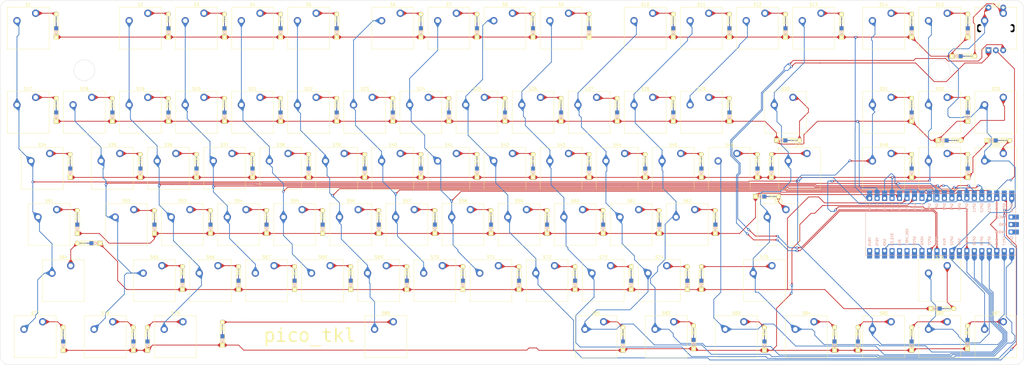
<source format=kicad_pcb>
(kicad_pcb (version 20221018) (generator pcbnew)
  (layers (0 "F.Cu" signal) (31 "B.Cu" signal) (34 "B.Paste" user) (35 "F.Paste" user) (36 "B.SilkS" user "B.Silkscreen") (37 "F.SilkS" user "F.Silkscreen") (38 "B.Mask" user) (39 "F.Mask" user) (44 "Edge.Cuts" user))
  (net 0 "")
  (net 1 "Net-(D1-A)")
  (net 2 "R0")
  (net 3 "Net-(D2-A)")
  (net 4 "Net-(D3-A)")
  (net 5 "Net-(D4-A)")
  (net 6 "Net-(D5-A)")
  (net 7 "Net-(D6-A)")
  (net 8 "Net-(D7-A)")
  (net 9 "Net-(D8-A)")
  (net 10 "Net-(D9-A)")
  (net 11 "Net-(D10-A)")
  (net 12 "Net-(D11-A)")
  (net 13 "Net-(D12-A)")
  (net 14 "Net-(D13-A)")
  (net 15 "Net-(D14-A)")
  (net 16 "Net-(D15-A)")
  (net 17 "Net-(D16-A)")
  (net 18 "Net-(D17-A)")
  (net 19 "R1")
  (net 20 "Net-(D18-A)")
  (net 21 "Net-(D19-A)")
  (net 22 "Net-(D20-A)")
  (net 23 "Net-(D21-A)")
  (net 24 "Net-(D22-A)")
  (net 25 "Net-(D23-A)")
  (net 26 "Net-(D24-A)")
  (net 27 "Net-(D25-A)")
  (net 28 "Net-(D26-A)")
  (net 29 "Net-(D27-A)")
  (net 30 "Net-(D28-A)")
  (net 31 "Net-(D29-A)")
  (net 32 "Net-(D30-A)")
  (net 33 "Net-(D31-A)")
  (net 34 "Net-(D32-A)")
  (net 35 "Net-(D33-A)")
  (net 36 "Net-(D34-A)")
  (net 37 "R2")
  (net 38 "Net-(D35-A)")
  (net 39 "Net-(D36-A)")
  (net 40 "Net-(D37-A)")
  (net 41 "Net-(D38-A)")
  (net 42 "Net-(D39-A)")
  (net 43 "Net-(D40-A)")
  (net 44 "Net-(D41-A)")
  (net 45 "Net-(D42-A)")
  (net 46 "Net-(D43-A)")
  (net 47 "Net-(D44-A)")
  (net 48 "Net-(D45-A)")
  (net 49 "Net-(D46-A)")
  (net 50 "Net-(D47-A)")
  (net 51 "Net-(D48-A)")
  (net 52 "Net-(D49-A)")
  (net 53 "Net-(D50-A)")
  (net 54 "Net-(D51-A)")
  (net 55 "R3")
  (net 56 "Net-(D52-A)")
  (net 57 "Net-(D53-A)")
  (net 58 "Net-(D54-A)")
  (net 59 "Net-(D55-A)")
  (net 60 "Net-(D56-A)")
  (net 61 "Net-(D57-A)")
  (net 62 "Net-(D58-A)")
  (net 63 "Net-(D59-A)")
  (net 64 "Net-(D60-A)")
  (net 65 "Net-(D61-A)")
  (net 66 "Net-(D62-A)")
  (net 67 "Net-(D63-A)")
  (net 68 "Net-(D64-A)")
  (net 69 "R4")
  (net 70 "Net-(D65-A)")
  (net 71 "Net-(D66-A)")
  (net 72 "Net-(D67-A)")
  (net 73 "Net-(D68-A)")
  (net 74 "Net-(D69-A)")
  (net 75 "Net-(D70-A)")
  (net 76 "Net-(D71-A)")
  (net 77 "Net-(D72-A)")
  (net 78 "Net-(D73-A)")
  (net 79 "Net-(D74-A)")
  (net 80 "Net-(D75-A)")
  (net 81 "Net-(D76-A)")
  (net 82 "Net-(D77-A)")
  (net 83 "R5")
  (net 84 "Net-(D78-A)")
  (net 85 "Net-(D79-A)")
  (net 86 "Net-(D80-A)")
  (net 87 "Net-(D81-A)")
  (net 88 "Net-(D82-A)")
  (net 89 "Net-(D83-A)")
  (net 90 "Net-(D84-A)")
  (net 91 "Net-(D85-A)")
  (net 92 "Net-(D86-A)")
  (net 93 "Net-(D87-A)")
  (net 94 "C0")
  (net 95 "C2")
  (net 96 "C3")
  (net 97 "C4")
  (net 98 "C5")
  (net 99 "C6")
  (net 100 "C7")
  (net 101 "C8")
  (net 102 "C9")
  (net 103 "C10")
  (net 104 "C11")
  (net 105 "C12")
  (net 106 "C13")
  (net 107 "C14")
  (net 108 "C15")
  (net 109 "C1")
  (net 110 "C16")
  (net 111 "ENC_A")
  (net 112 "GND")
  (net 113 "ENC_B")
  (footprint "ScottoKeebs_MX:MX_PCB" (layer "F.Cu") (at -766.7625 222.25)
    (fp_text reference "S74")
    (fp_text value "slash")
  )
  (footprint "ScottoKeebs_MX:MX_PCB" (layer "F.Cu") (at -690.5625 184.15)
    (fp_text reference "S48")
    (fp_text value "del")
  )
  (footprint "Keebio-Parts:Diode-hybrid-3pad" (layer "F.Cu") (at -776.2875 221.3875 -90)
    (fp_text reference "D73")
    (fp_text value "Diode" hide)
  )
  (footprint "Keebio-Parts:Diode-hybrid-3pad" (layer "F.Cu") (at -823.9125 202.3375 -90)
    (fp_text reference "D58")
    (fp_text value "Diode" hide)
  )
  (footprint "Keebio-Parts:Diode-hybrid-3pad" (layer "F.Cu") (at -809.625 183.2875 -90)
    (fp_text reference "D42")
    (fp_text value "Diode" hide)
  )
  (footprint "ScottoKeebs_MX:MX_PCB" (layer "F.Cu") (at -823.9125 222.25)
    (fp_text reference "S71")
    (fp_text value "m")
  )
  (footprint "Keebio-Parts:Diode-hybrid-3pad" (layer "F.Cu") (at -781.05 164.2375 -90)
    (fp_text reference "D27")
    (fp_text value "Diode" hide)
  )
  (footprint "Keebio-Parts:Diode-hybrid-3pad" (layer "F.Cu") (at -838.2 164.2375 -90)
    (fp_text reference "D24")
    (fp_text value "Diode" hide)
  )
  (footprint "ScottoKeebs_MX:MX_PCB" (layer "F.Cu") (at -726.28125 203.2)
    (fp_text reference "S63")
    (fp_text value "enter")
  )
  (footprint "ScottoKeebs_MX:MX_PCB" (layer "F.Cu") (at -652.4625 184.15)
    (fp_text reference "S50")
    (fp_text value "pg_dwn")
  )
  (footprint "Keebio-Parts:Diode-hybrid-3pad" (layer "F.Cu") (at -928.6875 221.3875 -90)
    (fp_text reference "D65")
    (fp_text value "Diode" hide)
  )
  (footprint "ScottoKeebs_MX:MX_PCB" (layer "F.Cu") (at -762 184.15)
    (fp_text reference "S45")
    (fp_text value "[")
  )
  (footprint "ScottoKeebs_MX:MX_PCB" (layer "F.Cu") (at -962.025 165.1)
    (fp_text reference "S18")
    (fp_text value "1")
  )
  (footprint "ScottoKeebs_MX:MX_PCB" (layer "F.Cu") (at -671.5125 136.525)
    (fp_text reference "S15")
    (fp_text value "Scroll_Lock")
  )
  (footprint "ScottoKeebs_MX:MX_PCB" (layer "F.Cu") (at -723.9 165.1)
    (fp_text reference "S30")
    (fp_text value "backspace")
  )
  (footprint "Keebio-Parts:Diode-hybrid-3pad" (layer "F.Cu") (at -728.6625 183.2875 -90)
    (fp_text reference "D47")
    (fp_text value "Diode" hide)
  )
  (footprint "ScottoKeebs_MX:MX_PCB" (layer "F.Cu") (at -881.0625 222.25)
    (fp_text reference "S68")
    (fp_text value "v")
  )
  (footprint "ScottoKeebs_MX:MX_PCB" (layer "F.Cu") (at -740.56875 241.3)
    (fp_text reference "S83")
    (fp_text value "rt_ctrl")
  )
  (footprint "Keebio-Parts:Diode-hybrid-3pad" (layer "F.Cu") (at -766.7625 202.3375 -90)
    (fp_text reference "D61")
    (fp_text value "Diode" hide)
  )
  (footprint "ScottoKeebs_MX:MX_PCB" (layer "F.Cu") (at -819.15 136.525)
    (fp_text reference "S8")
    (fp_text value "F7")
  )
  (footprint "ScottoKeebs_MX:MX_PCB" (layer "F.Cu") (at -859.63125 241.3)
    (fp_text reference "S80")
    (fp_text value "space")
  )
  (footprint "Keebio-Parts:Diode-hybrid-3pad" (layer "F.Cu") (at -804.8625 202.3375 -90)
    (fp_text reference "D59")
    (fp_text value "Diode" hide)
  )
  (footprint "Keebio-Parts:Diode-hybrid-3pad" (layer "F.Cu") (at -964.40625 202.3375 -90)
    (fp_text reference "D51")
    (fp_text value "Diode" hide)
  )
  (footprint "Keebio-Parts:Diode-hybrid-3pad" (layer "F.Cu") (at -681.0375 164.2375 -90)
    (fp_text reference "D31")
    (fp_text value "Diode" hide)
  )
  (footprint "ScottoKeebs_MX:MX_PCB" (layer "F.Cu") (at -857.25 184.15)
    (fp_text reference "S40")
    (fp_text value "y")
  )
  (footprint "Keebio-Parts:Diode-hybrid-3pad" (layer "F.Cu") (at -942.975 183.2875 -90)
    (fp_text reference "D35")
    (fp_text value "Diode" hide)
  )
  (footprint "Keebio-Parts:Diode-hybrid-3pad" (layer "F.Cu") (at -862.0125 202.3375 -90)
    (fp_text reference "D56")
    (fp_text value "Diode" hide)
  )
  (footprint "Keebio-Parts:Diode-hybrid-3pad" (layer "F.Cu") (at -681.0375 135.6625 -90)
    (fp_text reference "D14")
    (fp_text value "Diode" hide)
  )
  (footprint "ScottoKeebs_MCU:Raspberry_Pi_Pico_Flipped" (layer "F.Cu") (at -671.195 203.2 90)
    (fp_text reference "U1" hide)
    (fp_text value "Raspberry_Pi_Pico" hide)
  )
  (footprint "Keebio-Parts:Diode-hybrid-3pad" (layer "F.Cu") (at -971.55 135.6625 -90)
    (fp_text reference "D1")
    (fp_text value "Diode" hide)
  )
  (footprint "ScottoKeebs_MX:MX_PCB" (layer "F.Cu") (at -690.5625 165.1)
    (fp_text reference "S31")
    (fp_text value "insert")
  )
  (footprint "Keebio-Parts:Diode-hybrid-3pad" (layer "F.Cu") (at -779.07875 242.025 -90)
    (fp_text reference "D81")
    (fp_text value "Diode" hide)
  )
  (footprint "ScottoKeebs_MX:MX_PCB" (layer "F.Cu") (at -954.88125 241.3)
    (fp_text reference "S78")
    (fp_text value "lt_gui")
  )
  (footprint "Keebio-Parts:RotaryEncoder_EC11_Nonplated" (layer "F.Cu") (at -652.4625 136.525 90)
    (fp_text reference "SW1")
    (fp_text value "ENC")
  )
  (footprint "ScottoKeebs_MX:MX_PCB" (layer "F.Cu") (at -838.2 184.15)
    (fp_text reference "S41")
    (fp_text value "u")
  )
  (footprint "Keebio-Parts:Diode-hybrid-3pad" (layer "F.Cu") (at -661.9875 183.2875 -90)
    (fp_text reference "D49")
    (fp_text value "Diode" hide)
  )
  (footprint "ScottoKeebs_MX:MX_PCB" (layer "F.Cu") (at -795.3375 203.2)
    (fp_text reference "S60")
    (fp_text value "l")
  )
  (footprint "ScottoKeebs_MX:MX_PCB" (layer "F.Cu") (at -969.16875 222.25)
    (fp_text reference "S64")
    (fp_text value "lt_shift")
  )
  (footprint "ScottoKeebs_Stabilizer:Stabilizer_MX_2.00u" (layer "F.Cu") (at -723.9 165.1)
    (fp_text reference "REF**" hide)
    (fp_text value "Stabilizer_MX_2.00u" hide)
  )
  (footprint "Keebio-Parts:Diode-hybrid-3pad" (layer "F.Cu") (at -661.9875 164.2375 -90)
    (fp_text reference "D32")
    (fp_text value "Diode" hide)
  )
  (footprint "Keebio-Parts:Diode-hybrid-3pad" (layer "F.Cu") (at -914.4 164.2375 -90)
    (fp_text reference "D20")
    (fp_text value "Diode" hide)
  )
  (footprint "Keebio-Parts:Diode-hybrid-3pad" (layer "F.Cu") (at -752.475 183.2875 -90)
    (fp_text reference "D45")
    (fp_text value "Diode" hide)
  )
  (footprint "Keebio-Parts:Diode-hybrid-3pad" (layer "F.Cu") (at -969.16875 242.025 -90)
    (fp_text reference "D77")
    (fp_text value "Diode" hide)
  )
  (footprint "Keebio-Parts:Diode-hybrid-3pad" (layer "F.Cu") (at -762 164.2375 -90)
    (fp_text reference "D28")
    (fp_text value "Diode" hide)
  )
  (footprint "Keebio-Parts:Diode-hybrid-3pad" (layer "F.Cu") (at -904.875 183.2875 -90)
    (fp_text reference "D37")
    (fp_text value "Diode" hide)
  )
  (footprint "Keebio-Parts:Diode-hybrid-3pad" (layer "F.Cu") (at -940.59375 242.025 -90)
    (fp_text reference "D79")
    (fp_text value "Diode" hide)
  )
  (footprint "Keebio-Parts:Diode-hybrid-3pad" (layer "F.Cu") (at -966.7875 183.2875 -90)
    (fp_text reference "D34")
    (fp_text value "Diode" hide)
  )
  (footprint "ScottoKeebs_MX:MX_PCB" (layer "F.Cu") (at -757.2375 203.2)
    (fp_text reference "S62")
    (fp_text value "apostrophe")
  )
  (footprint "ScottoKeebs_MX:MX_PCB" (layer "F.Cu") (at -833.4375 203.2)
    (fp_text reference "S58")
    (fp_text value "j")
  )
  (footprint "Keebio-Parts:Diode-hybrid-3pad" (layer "F.Cu") (at -828.675 135.6625 -90)
    (fp_text reference "D7")
    (fp_text value "Diode" hide)
  )
  (footprint "ScottoKeebs_MX:MX_PCB" (layer "F.Cu") (at -981.075 136.525)
    (fp_text reference "S1")
    (fp_text value "Esc")
  )
  (footprint "ScottoKeebs_MX:MX_PCB" (layer "F.Cu") (at -978.69375 241.3)
    (fp_text reference "S77")
    (fp_text value "lt_ctrl")
  )
  (footprint "Keebio-Parts:Diode-hybrid-3pad" (layer "F.Cu") (at -819.15 164.2375 -90)
    (fp_text reference "D25")
    (fp_text value "Diode" hide)
  )
  (footprint "Keebio-Parts:Diode-hybrid-3pad" (layer "F.Cu") (at -923.925 183.2875 -90)
    (fp_text reference "D36")
    (fp_text value "Diode" hide)
  )
  (footprint "ScottoKeebs_MX:MX_PCB" (layer "F.Cu") (at -671.5125 165.1)
    (fp_text reference "S32")
    (fp_text value "home")
  )
  (footprint "Keebio-Parts:Diode-hybrid-3pad" (layer "F.Cu") (at -699.29375 242.025 -90)
    (fp_text reference "D85")
    (fp_text value "Diode" hide)
  )
  (footprint "Keebio-Parts:Diode-hybrid-3pad" (layer "F.Cu") (at -876.3 164.2375 -90)
    (fp_text reference "D22")
    (fp_text value "Diode" hide)
  )
  (footprint "Keebio-Parts:Diode-hybrid-3pad" (layer "F.Cu") (at -704.85 135.6625 -90)
    (fp_text reference "D13")
    (fp_text value "Diode" hide)
  )
  (footprint "Keebio-Parts:Diode-hybrid-3pad" (layer "F.Cu") (at -919.1625 202.3375 -90)
    (fp_text reference "D53")
    (fp_text value "Diode" hide)
  )
  (footprint "ScottoKeebs_MX:MX_PCB" (layer "F.Cu") (at -885.825 165.1)
    (fp_text reference "S22")
    (fp_text value "5")
  )
  (footprint "Keebio-Parts:Diode-hybrid-3pad" (layer "F.Cu") (at -662.09875 241.48 -90)
    (fp_text reference "D87")
    (fp_text value "Diode" hide)
  )
  (footprint "Keebio-Parts:Diode-hybrid-3pad" (layer "F.Cu") (at -771.525 183.2875 -90)
    (fp_text reference "D44")
    (fp_text value "Diode" hide)
  )
  (footprint "Keebio-Parts:Diode-hybrid-3pad" (layer "F.Cu") (at -833.4375 221.3875 -90)
    (fp_text reference "D70")
    (fp_text value "Diode" hide)
  )
  (footprint "ScottoKeebs_MX:MX_PCB" (layer "F.Cu") (at -857.25 136.525)
    (fp_text reference "S6")
    (fp_text value "F5")
  )
  (footprint "Keebio-Parts:Diode-hybrid-3pad" (layer "F.Cu") (at -914.4 135.6625 -90)
    (fp_text reference "D3")
    (fp_text value "Diode" hide)
  )
  (footprint "Keebio-Parts:Diode-hybrid-3pad" (layer "F.Cu") (at -828.675 183.2875 -90)
    (fp_text reference "D41")
    (fp_text value "Diode" hide)
  )
  (footprint "Keebio-Parts:Diode-hybrid-3pad" (layer "F.Cu") (at -895.35 135.6625 -90)
    (fp_text reference "D4")
    (fp_text value "Diode" hide)
  )
  (footprint "Keebio-Parts:Diode-hybrid-3pad" (layer "F.Cu") (at -952.5 164.2375 -90)
    (fp_text reference "D18")
    (fp_text value "Diode" hide)
  )
  (footprint "ScottoKeebs_MX:MX_PCB" (layer "F.Cu") (at -847.725 165.1)
    (fp_text reference "S24")
    (fp_text value "7")
  )
  (footprint "ScottoKeebs_MX:MX_PCB" (layer "F.Cu") (at -690.5625 241.3)
    (fp_text reference "S85")
    (fp_text value "left")
  )
  (footprint "ScottoKeebs_Stabilizer:Stabilizer_MX_2.00u" (layer "F.Cu") (at -731.04375 222.25)
    (fp_text reference "REF**" hide)
    (fp_text value "Stabilizer_MX_2.00u" hide)
  )
  (footprint "ScottoKeebs_MX:MX_PCB" (layer "F.Cu") (at -652.4625 136.525)
    (fp_text reference "S16")
    (fp_text value "pause")
  )
  (footprint "ScottoKeebs_MX:MX_PCB" (layer "F.Cu") (at -862.0125 222.25)
    (fp_text reference "S69")
    (fp_text value "b")
  )
  (footprint "ScottoKeebs_Stabilizer:Stabilizer_MX_6.25u" (layer "F.Cu") (at -859.63125 241.3 180)
    (fp_text reference "REF**" hide)
    (fp_text value "Stabilizer_MX_6.25u" hide)
  )
  (footprint "Keebio-Parts:Diode-hybrid-3pad" (layer "F.Cu") (at -785.8125 202.3375 -90)
    (fp_text reference "D60")
    (fp_text value "Diode" hide)
  )
  (footprint "Keebio-Parts:Diode-hybrid-3pad" (layer "F.Cu") (at -731.04375 242.025 -90)
    (fp_text reference "D83")
    (fp_text value "Diode" hide)
  )
  (footprint "Keebio-Parts:Diode-hybrid-3pad" (layer "F.Cu") (at -795.3375 221.3875 -90)
    (fp_text reference "D72")
    (fp_text value "Diode" hide)
  )
  (footprint "Keebio-Parts:Diode-hybrid-3pad" (layer "F.Cu") (at -857.25 164.2375 -90)
    (fp_text reference "D23")
    (fp_text value "Diode" hide)
  )
  (footprint "ScottoKeebs_MX:MX_PCB" (layer "F.Cu") (at -871.5375 203.2)
    (fp_text reference "S56")
    (fp_text value "g")
  )
  (footprint "Keebio-Parts:Diode-hybrid-3pad" (layer "F.Cu") (at -915.11875 240.25 -90)
    (fp_text reference "D80")
    (fp_text value "Diode" hide)
  )
  (footprint "Keebio-Parts:Diode-hybrid-3pad" (layer "F.Cu") (at -881.0625 202.3375 -90)
    (fp_text reference "D55")
    (fp_text value "Diode" hide)
  )
  (footprint "ScottoKeebs_MX:MX_PCB" (layer "F.Cu") (at -790.575 165.1)
    (fp_text reference "S27")
    (fp_text value "0")
  )
  (footprint "ScottoKeebs_MX:MX_PCB" (layer "F.Cu") (at -947.7375 203.2)
    (fp_text reference "S52")
    (fp_text value "a")
  )
  (footprint "ScottoKeebs_MX:MX_PCB" (layer "F.Cu") (at -914.4 184.15)
    (fp_text reference "S37")
    (fp_text value "e")
  )
  (footprint "Keebio-Parts:Diode-hybrid-3pad" (layer "F.Cu") (at -747.7125 202.3375 -90)
    (fp_text reference "D62")
    (fp_text value "Diode" hide)
  )
  (footprint "ScottoKeebs_MX:MX_PCB" (layer "F.Cu") (at -931.06875 241.3)
    (fp_text reference "S79")
    (fp_text value "lt_alt")
  )
  (footprint "Keebio-Parts:Diode-hybrid-3pad" (layer "F.Cu") (at -847.725 135.6625 -90)
    (fp_text reference "D6")
    (fp_text value "Diode" hide)
  )
  (footprint "ScottoKeebs_MX:MX_PCB" (layer "F.Cu") (at -752.475 165.1)
    (fp_text reference "S29")
    (fp_text value "equals")
  )
  (footprint "ScottoKeebs_MX:MX_PCB" (layer "F.Cu") (at -919.1625 222.25)
    (fp_text reference "S66")
    (fp_text value "x")
  )
  (footprint "ScottoKeebs_MX:MX_PCB" (layer "F.Cu") (at -788.19375 241.3)
    (fp_text reference "S81")
    (fp_text value "rt_alt")
  )
  (footprint "Keebio-Parts:Diode-hybrid-3pad" (layer "F.Cu") (at -707.23125 242.025 -90)
    (fp_text reference "D84")
    (fp_text value "Diode" hide)
  )
  (footprint "ScottoKeebs_MX:MX_PCB" (layer "F.Cu") (at -731.04375 222.25)
    (fp_text reference "S75")
    (fp_text value "rt_shift")
  )
  (footprint "ScottoKeebs_MX:MX_PCB" (layer "F.Cu") (at -733.425 136.525)
    (fp_text reference "S12")
    (fp_text value "F11")
  )
  (footprint "Keebio-Parts:Diode-hybrid-3pad" (layer "F.Cu") (at -668.26875 174.625 180)
    (fp_text reference "D33")
    (fp_text value "Diode" hide)
  )
  (footprint "ScottoKeebs_MX:MX_PCB" (layer "F.Cu") (at -952.5 184.15)
    (fp_text reference "S35")
    (fp_text value "q")
  )
  (footprint "ScottoKeebs_MX:MX_PCB" (layer "F.Cu") (at -764.38125 241.3)
    (fp_text reference "S82")
    (fp_text value "rt_gui")
  )
  (footprint "Keebio-Parts:Diode-hybrid-3pad" (layer "F.Cu") (at -814.3875 221.3875 -90)
    (fp_text reference "D71")
    (fp_text value "Diode" hide)
  )
  (footprint "Keebio-Parts:Diode-hybrid-3pad" (layer "F.Cu") (at -960.50625 209.55)
    (fp_text reference "D64")
    (fp_text value "Diode" hide)
  )
  (footprint "Keebio-Parts:Diode-hybrid-3pad" (layer "F.Cu") (at -742.95 135.6625 -90)
    (fp_text reference "D11")
    (fp_text value "Diode" hide)
  )
  (footprint "ScottoKeebs_MX:MX_PCB" (layer "F.Cu") (at -804.8625 222.25)
    (fp_text reference "S72")
    (fp_text value "comma")
  )
  (footprint "ScottoKeebs_MX:MX_PCB" (layer "F.Cu") (at -800.1 184.15)
    (fp_text reference "S43")
    (fp_text value "o")
  )
  (footprint "Keebio-Parts:Diode-hybrid-3pad" (layer "F.Cu") (at -755.08875 241.47 -90)
    (fp_text reference "D82")
    (fp_text value "Diode" hide)
  )
  (footprint "ScottoKeebs_MX:MX_PCB" (layer "F.Cu") (at -866.775 165.1)
    (fp_text reference "S23")
    (fp_text value "6")
  )
  (footprint "ScottoKeebs_MX:MX_PCB" (layer "F.Cu") (at -876.3 184.15)
    (fp_text reference "S39")
    (fp_text value "t")
  )
  (footprint "ScottoKeebs_MX:MX_PCB" (layer "F.Cu") (at -785.8125 222.25)
    (fp_text reference "S73")
    (fp_text value "period")
  )
  (footprint "ScottoKeebs_MX:MX_PCB" (layer "F.Cu") (at -671.53 184.15)
    (fp_text reference "S49")
    (fp_text value "end")
  )
  (footprint "ScottoKeebs_MX:MX_PCB" (layer "F.Cu") (at -714.375 136.525)
    (fp_text reference "S13")
    (fp_text value "F12")
  )
  (footprint "Keebio-Parts:Diode-hybrid-3pad" (layer "F.Cu") (at -876.3 135.6625 -90)
    (fp_text reference "D5")
    (fp_text value "Diode" hide)
  )
  (footprint "Keebio-Parts:Diode-hybrid-3pad" (layer "F.Cu") (at -847.725 183.2875 -90)
    (fp_text reference "D40")
    (fp_text value "Diode" hide)
  )
  (footprint "Keebio-Parts:Diode-hybrid-3pad" (layer "F.Cu") (at -723.9 135.6625 -90)
    (fp_text reference "D12")
    (fp_text value "Diode" hide)
  )
  (footprint "Keebio-Parts:Diode-hybrid-3pad" (layer "F.Cu") (at -661.9875 135.6625 -90)
    (fp_text reference "D15")
    (fp_text value "Diode" hide)
  )
  (footprint "ScottoKeebs_Stabilizer:Stabilizer_MX_2.00u" (layer "F.Cu") (at -726.28125 203.2)
    (fp_text reference "REF**" hide)
    (fp_text value "Stabilizer_MX_2.00u" hide)
  )
  (footprint "ScottoKeebs_MX:MX_PCB" (layer "F.Cu") (at -809.625 165.1)
    (fp_text reference "S26")
    (fp_text value "9")
  )
  (footprint "Keebio-Parts:Diode-hybrid-3pad" (layer "F.Cu") (at -933.45 164.2375 -90)
    (fp_text reference "D19")
    (fp_text value "Diode" hide)
  )
  (footprint "Keebio-Parts:Diode-hybrid-3pad" (layer "F.Cu") (at -790.575 183.2875 -90)
    (fp_text reference "D43")
    (fp_text value "Diode" hide)
  )
  (footprint "Keebio-Parts:Diode-hybrid-3pad" (layer "F.Cu") (at -733.425 183.2875 -90)
    (fp_text reference "D46")
    (fp_text value "Diode" hide)
  )
  (footprint "Keebio-Parts:Diode-hybrid-3pad" (layer "F.Cu") (at -757.2375 221.3875 -90)
    (fp_text reference "D74")
    (fp_text value "Diode" hide)
  )
  (footprint "Keebio-Parts:Diode-hybrid-3pad" (layer "F.Cu") (at -871.5375 221.3875 -90)
    (fp_text reference "D68")
    (fp_text value "Diode" hide)
  )
  (footprint "ScottoKeebs_MX:MX_PCB" (layer "F.Cu") (at -904.875 165.1)
    (fp_text reference "S21")
    (fp_text value "4")
  )
  (footprint "Keebio-Parts:Diode-hybrid-3pad" (layer "F.Cu") (at -866.775 183.2875 -90)
    (fp_text reference "D39")
    (fp_text value "Diode" hide)
  )
  (footprint "ScottoKeebs_MX:MX_PCB" (layer "F.Cu") (at -885.825 136.525)
    (fp_text reference "S5")
    (fp_text value "F4")
  )
  (footprint "ScottoKeebs_MX:MX_PCB" (layer "F.Cu") (at -904.875 136.525)
    (fp_text reference "S4")
    (fp_text value "F3")
  )
  (footprint "ScottoKeebs_MX:MX_PCB" (layer "F.Cu") (at -890.5875 203.2)
    (fp_text reference "S55")
    (fp_text value "f")
  )
  (footprint "ScottoKeebs_MX:MX_PCB" (layer "F.Cu") (at -652.4625 165.1)
    (fp_text reference "S33")
    (fp_text value "pg_up")
  )
  (footprint "ScottoKeebs_MX:MX_PCB" (layer "F.Cu") (at -973.93125 203.2)
    (fp_text reference "S51")
    (fp_text value "caps_lock")
  )
  (footprint "ScottoKeebs_MX:MX_PCB" (layer "F.Cu") (at -938.2125 222.25)
    (fp_text reference "S65")
    (fp_text value "z")
  )
  (footprint "ScottoKeebs_MX:MX_PCB" (layer "F.Cu") (at -923.925 165.1)
    (fp_text reference "S20")
    (fp_text value "3")
  )
  (footprint "ScottoKeebs_MX:MX_PCB" (layer "F.Cu") (at -838.2 136.525)
    (fp_text reference "S7")
    (fp_text value "F6")
  )
  (footprint "ScottoKeebs_MX:MX_PCB" (layer "F.Cu") (at -800.1 136.525)
    (fp_text reference "S9")
    (fp_text value "F8")
  )
  (footprint "Keebio-Parts:Diode-hybrid-3pad" (layer "F.Cu") (at -681.0375 183.2875 -90)
    (fp_text reference "D48")
    (fp_text value "Diode" hide)
  )
  (footprint "Keebio-Parts:Diode-hybrid-3pad" (layer "F.Cu") (at -752.475 221.3875 -90)
    (fp_text reference "D75")
    (fp_text value "Diode" hide)
  )
  (footprint "ScottoKeebs_MX:MX_PCB" (layer "F.Cu") (at -752.475 136.525)
    (fp_text reference "S11")
    (fp_text value "F10")
  )
  (footprint "Keebio-Parts:Diode-hybrid-3pad" (layer "F.Cu") (at -900.1125 202.3375 -90)
    (fp_text reference "D54")
    (fp_text value "Diode" hide)
  )
  (footprint "Keebio-Parts:Diode-hybrid-3pad" (layer "F.Cu") (at -909.6375 221.3875 -90)
    (fp_text reference "D66")
    (fp_text value "Diode" hide)
  )
  (footprint "ScottoKeebs_MX:MX_PCB" (layer "F.Cu") (at -776.2875 203.2)
    (fp_text reference "S61")
    (fp_text value "semicolon")
  )
  (footprint "ScottoKeebs_MX:MX_PCB" (layer "F.Cu") (at -742.95 184.15)
    (fp_text reference "S46")
    (fp_text value "]")
  )
  (footprint "ScottoKeebs_MX:MX_PCB" (layer "F.Cu") (at -828.675 165.1)
    (fp_text reference "S25")
    (fp_text value "8")
  )
  (footprint "Keebio-Parts:Diode-hybrid-3pad" (layer "F.Cu") (at -938.2125 202.3375 -90)
    (fp_text reference "D52")
    (fp_text value "Diode" hide)
  )
  (footprint "ScottoKeebs_MX:MX_PCB" (layer "F.Cu") (at -895.35 184.15)
    (fp_text reference "S38")
    (fp_text value "r")
  )
  (footprint "ScottoKeebs_MX:MX_PCB" (layer "F.Cu") (at -923.925 136.525)
    (fp_text reference "S3")
    (fp_text value "F2")
  )
  (footprint "Keebio-Parts:Diode-hybrid-3pad" (layer "F.Cu") (at -800.1 164.2375 -90)
    (fp_text reference "D26")
    (fp_text value "Diode" hide)
  )
  (footprint "Keebio-Parts:Diode-hybrid-3pad" (layer "F.Cu") (at -945.35625 242.025 -90)
    (fp_text reference "D78")
    (fp_text value "Diode" hide)
  )
  (footprint "ScottoKeebs_MX:MX_PCB" (layer "F.Cu") (at -771.525 136.525)
    (fp_text reference "S10")
    (fp_text value "F9")
  )
  (footprint "ScottoKeebs_MX:MX_PCB" (layer "F.Cu") (at -652.4625 241.3)
    (fp_text reference "S87")
    (fp_text value "right")
  )
  (footprint "Keebio-Parts:Diode-hybrid-3pad" (layer "F.Cu") (at -895.35 164.2375 -90)
    (fp_text reference "D21")
    (fp_text value "Diode" hide)
  )
  (footprint "ScottoKeebs_MX:MX_PCB" (layer "F.Cu") (at -671.5125 241.3)
    (fp_text reference "S86")
    (fp_text value "down")
  )
  (footprint "ScottoKeebs_MX:MX_PCB" (layer "F.Cu") (at -690.5625 136.525)
    (fp_text reference "S14")
    (fp_text value "Prt_Scr")
  )
  (footprint "Keebio-Parts:Diode-hybrid-3pad" (layer "F.Cu") (at -890.5875 221.3875 -90)
    (fp_text reference "D67")
    (fp_text value "Diode" hide)
  )
  (footprint "ScottoKeebs_Stabilizer:Stabilizer_MX_2.00u" (layer "F.Cu") (at -969.16875 222.25)
    (fp_text reference "REF**" hide)
    (fp_text value "Stabilizer_MX_2.00u" hide)
  )
  (footprint "ScottoKeebs_MX:MX_PCB" (layer "F.Cu") (at -671.5125 222.25)
    (fp_text reference "S76")
    (fp_text value "up")
  )
  (footprint "ScottoKeebs_MX:MX_PCB" (layer "F.Cu") (at -942.975 165.1)
    (fp_text reference "S19")
    (fp_text value "2")
  )
  (footprint "ScottoKeebs_MX:MX_PCB" (layer "F.Cu") (at -928.6875 203.2)
    (fp_text reference "S53")
    (fp_text value "s")
  )
  (footprint "ScottoKeebs_MX:MX_PCB" (layer "F.Cu") (at -771.525 165.1)
    (fp_text reference "S28")
    (fp_text value "minus")
  )
  (footprint "ScottoKeebs_MX:MX_PCB" (layer "F.Cu") (at -900.1125 222.25)
    (fp_text reference "S67")
    (fp_text value "c")
  )
  (footprint "Keebio-Parts:Diode-hybrid-3pad" (layer "F.Cu") (at -681.0375 242.025 -90)
    (fp_text reference "D86")
    (fp_text value "Diode" hide)
  )
  (footprint "Keebio-Parts:Diode-hybrid-3pad" (layer "F.Cu") (at -842.9625 202.3375 -90)
    (fp_text reference "D57")
    (fp_text value "Diode" hide)
  )
  (footprint "ScottoKeebs_MX:MX_PCB" (layer "F.Cu") (at -819.15 184.15)
    (fp_text reference "S42")
    (fp_text value "i")
  )
  (footprint "Keebio-Parts:Diode-hybrid-3pad" (layer "F.Cu") (at -742.95 164.2375 -90)
    (fp_text reference "D29")
    (fp_text value "Diode" hide)
  )
  (footprint "Keebio-Parts:Diode-hybrid-3pad" (layer "F.Cu") (at -971.55 164.2375 -90)
    (fp_text reference "D17")
    (fp_text value "Diode" hide)
  )
  (footprint "ScottoKeebs_MX:MX_PCB" (layer "F.Cu") (at -842.9625 222.25)
    (fp_text reference "S70")
    (fp_text value "n")
  )
  (footprint "Keebio-Parts:Diode-hybrid-3pad" (layer "F.Cu") (at -670.63125 231.775 180)
    (fp_text reference "D76")
    (fp_text value "Diode" hide)
  )
  (footprint "ScottoKeebs_MX:MX_PCB" (layer "F.Cu") (at -852.4875 203.2)
    (fp_text reference "S57")
    (fp_text value "h")
  )
  (footprint "ScottoKeebs_MX:MX_PCB" (layer "F.Cu") (at -781.05 184.15)
    (fp_text reference "S44")
    (fp_text value "p")
  )
  (footprint "ScottoKeebs_MX:MX_PCB" (layer "F.Cu") (at -976.3125 184.15)
    (fp_text reference "S34")
    (fp_text value "tab")
  )
  (footprint "Keebio-Parts:Diode-hybrid-3pad" (layer "F.Cu") (at -730.18125 193.675 180)
    (fp_text reference "D63")
    (fp_text value "Diode" hide)
  )
  (footprint "ScottoKeebs_MX:MX_PCB" (layer "F.Cu") (at -981.075 165.1)
    (fp_text reference "S17")
    (fp_text value "tilde")
  )
  (footprint "Keebio-Parts:Diode-hybrid-3pad" (layer "F.Cu") (at -723.0375 174.625 180)
    (fp_text reference "D30")
    (fp_text value "Diode" hide)
  )
  (footprint "ScottoKeebs_MX:MX_PCB" (layer "F.Cu") (at -933.45 184.15)
    (fp_text reference "S36")
    (fp_text value "w")
  )
  (footprint "Keebio-Parts:Diode-hybrid-3pad" (layer "F.Cu") (at -663.50625 146.05 180)
    (fp_text reference "D16")
    (fp_text value "Diode" hide)
  )
  (footprint "Keebio-Parts:Diode-hybrid-3pad" (layer "F.Cu") (at -852.4875 221.3875 -90)
    (fp_text reference "D69")
    (fp_text value "Diode" hide)
  )
  (footprint "Keebio-Parts:Diode-hybrid-3pad" (layer "F.Cu") (at -651.6 174.625 180)
    (fp_text reference "D50")
    (fp_text value "Diode" hide)
  )
  (footprint "Keebio-Parts:Diode-hybrid-3pad" (layer "F.Cu") (at -809.625 135.6625 -90)
    (fp_text reference "D8")
    (fp_text value "Diode" hide)
  )
  (footprint "ScottoKeebs_MX:MX_PCB" (layer "F.Cu") (at -716.75625 241.3)
    (fp_text reference "S84")
    (fp_text value "rt_fn")
  )
  (footprint "ScottoKeebs_MX:MX_PCB" (layer "F.Cu") (at -942.975 136.525)
    (fp_text reference "S2")
    (fp_text value "F1")
  )
  (footprint "ScottoKeebs_MX:MX_PCB" (layer "F.Cu") (at -814.3875 203.2)
    (fp_text reference "S59")
    (fp_text value "k")
  )
  (footprint "ScottoKeebs_MX:MX_PCB" (layer "F.Cu") (at -719.1375 184.15)
    (fp_text reference "S47")
    (fp_text value "backslash")
  )
  (footprint "ScottoKeebs_MX:MX_PCB" (layer "F.Cu") (at -909.6375 203.2)
    (fp_text reference "S54")
    (fp_text value "d")
  )
  (footprint "Keebio-Parts:Diode-hybrid-3pad" (layer "F.Cu") (at -790.575 135.6625 -90)
    (fp_text reference "D9")
    (fp_text value "Diode" hide)
  )
  (footprint "Keebio-Parts:Diode-hybrid-3pad" (layer "F.Cu") (at -885.825 183.2875 -90)
    (fp_text reference "D38")
    (fp_text value "Diode" hide)
  )
  (footprint "Keebio-Parts:Diode-hybrid-3pad" (layer "F.Cu") (at -933.45 135.6625 -90)
    (fp_text reference "D2")
    (fp_text value "Diode" hide)
  )
  (footprint "Keebio-Parts:Diode-hybrid-3pad" (layer "F.Cu") (at -762 135.6625 -90)
    (fp_text reference "D10")
    (fp_text value "Diode" hide)
  )
  (gr_arc (start -646.1125 127) (mid -643.867436 127.929936) (end -642.9375 130.175) (stroke (width 0.1)) (layer "Edge.Cuts"))
  (gr_arc (start -990.6 130.175) (mid -989.670064 127.929936) (end -987.425 127) (stroke (width 0.1)) (layer "Edge.Cuts"))
  (gr_arc (start -987.425 250.825) (mid -989.670064 249.895064) (end -990.6 247.65) (stroke (width 0.1)) (layer "Edge.Cuts"))
  (gr_circle (center -671.5125 150.8125) (end -668.3375 149.225) (stroke (width 0.1)) (fill none) (layer "Edge.Cuts"))
  (gr_line (start -990.6 247.65) (end -990.6 130.175) (stroke (width 0.1)) (layer "Edge.Cuts"))
  (gr_arc (start -642.9375 247.65) (mid -643.867436 249.895064) (end -646.1125 250.825) (stroke (width 0.1)) (layer "Edge.Cuts"))
  (gr_line (start -642.9375 247.65) (end -642.9375 130.175) (stroke (width 0.1)) (layer "Edge.Cuts"))
  (gr_line (start -646.1125 127) (end -987.425 127) (stroke (width 0.1)) (layer "Edge.Cuts"))
  (gr_line (start -646.1125 250.825) (end -987.425 250.825) (stroke (width 0.1)) (layer "Edge.Cuts"))
  (gr_circle (center -962.025 150.8125) (end -958.85 149.225) (stroke (width 0.1)) (fill none) (layer "Edge.Cuts"))
  (gr_text "pico_tkl" (at -901.065 243.84) (layer "F.SilkS") (effects (font (size 4.6355 4.6355) (thickness 0.125)) (justify left bottom)))
  (segment (start -971.8675 131.445) (end -971.55 131.7625) (width 0.25) (layer "F.Cu") (net 1))
  (segment (start -978.535 131.445) (end -971.8675 131.445) (width 0.25) (layer "F.Cu") (net 1))
  (segment (start -971.55 139.5625) (end -933.45 139.5625) (width 0.25) (layer "F.Cu") (net 2))
  (segment (start -914.4 139.5625) (end -895.35 139.5625) (width 0.25) (layer "F.Cu") (net 2))
  (segment (start -667.40625 146.05) (end -667.40625 144.98125) (width 0.25) (layer "F.Cu") (net 2))
  (segment (start -933.45 139.5625) (end -914.4 139.5625) (width 0.25) (layer "F.Cu") (net 2))
  (segment (start -667.40625 144.98125) (end -661.9875 139.5625) (width 0.25) (layer "F.Cu") (net 2))
  (segment (start -700.00275 139.5625) (end -704.85 139.5625) (width 0.25) (layer "F.Cu") (net 2))
  (segment (start -828.675 139.5625) (end -809.625 139.5625) (width 0.25) (layer "F.Cu") (net 2))
  (segment (start -704.85 139.5625) (end -723.9 139.5625) (width 0.25) (layer "F.Cu") (net 2))
  (segment (start -674.55 146.05) (end -681.0375 139.5625) (width 0.25) (layer "F.Cu") (net 2))
  (segment (start -876.3 139.5625) (end -847.725 139.5625) (width 0.25) (layer "F.Cu") (net 2))
  (segment (start -699.98175 139.5625) (end -699.99225 139.573) (width 0.25) (layer "F.Cu") (net 2))
  (segment (start -681.0375 139.5625) (end -699.98175 139.5625) (width 0.25) (layer "F.Cu") (net 2))
  (segment (start -667.40625 146.05) (end -674.55 146.05) (width 0.25) (layer "F.Cu") (net 2))
  (segment (start -699.99225 139.573) (end -700.00275 139.5625) (width 0.25) (layer "F.Cu") (net 2))
  (segment (start -847.725 139.5625) (end -828.675 139.5625) (width 0.25) (layer "F.Cu") (net 2))
  (segment (start -742.95 139.5625) (end -723.9 139.5625) (width 0.25) (layer "F.Cu") (net 2))
  (segment (start -809.625 139.5625) (end -762 139.5625) (width 0.25) (layer "F.Cu") (net 2))
  (segment (start -895.35 139.5625) (end -876.3 139.5625) (width 0.25) (layer "F.Cu") (net 2))
  (segment (start -762 139.5625) (end -742.95 139.5625) (width 0.25) (layer "F.Cu") (net 2))
  (via (at -699.99225 139.573) (size 0.8) (drill 0.4) (layers "F.Cu" "B.Cu") (net 2))
  (segment (start -700.20925 170.905) (end -700.24625 170.942) (width 0.25) (layer "B.Cu") (net 2))
  (segment (start -700.20925 139.79) (end -700.20925 170.905) (width 0.25) (layer "B.Cu") (net 2))
  (segment (start -696.43625 194.31) (end -695.325 194.31) (width 0.25) (layer "B.Cu") (net 2))
  (segment (start -699.99225 139.573) (end -700.20925 139.79) (width 0.25) (layer "B.Cu") (net 2))
  (segment (start -700.24625 170.942) (end -700.24625 190.5) (width 0.25) (layer "B.Cu") (net 2))
  (segment (start -700.24625 190.5) (end -696.43625 194.31) (width 0.25) (layer "B.Cu") (net 2))
  (segment (start -933.7675 131.445) (end -933.45 131.7625) (width 0.25) (layer "F.Cu") (net 3))
  (segment (start -940.435 131.445) (end -933.7675 131.445) (width 0.25) (layer "F.Cu") (net 3))
  (segment (start -921.385 131.445) (end -914.7175 131.445) (width 0.25) (layer "F.Cu") (net 4))
  (segment (start -914.7175 131.445) (end -914.4 131.7625) (width 0.25) (layer "F.Cu") (net 4))
  (segment (start -895.6675 131.445) (end -895.35 131.7625) (width 0.25) (layer "F.Cu") (net 5))
  (segment (start -902.335 131.445) (end -895.6675 131.445) (width 0.25) (layer "F.Cu") (net 5))
  (segment (start -876.6175 131.445) (end -876.3 131.7625) (width 0.25) (layer "F.Cu") (net 6))
  (segment (start -883.285 131.445) (end -876.6175 131.445) (width 0.25) (layer "F.Cu") (net 6))
  (segment (start -848.0425 131.445) (end -847.725 131.7625) (width 0.25) (layer "F.Cu") (net 7))
  (segment (start -854.71 131.445) (end -848.0425 131.445) (width 0.25) (layer "F.Cu") (net 7))
  (segment (start -835.66 131.445) (end -828.9925 131.445) (width 0.25) (layer "F.Cu") (net 8))
  (segment (start -828.9925 131.445) (end -828.675 131.7625) (width 0.25) (layer "F.Cu") (net 8))
  (segment (start -816.61 131.445) (end -809.9425 131.445) (width 0.25) (layer "F.Cu") (net 9))
  (segment (start -809.9425 131.445) (end -809.625 131.7625) (width 0.25) (layer "F.Cu") (net 9))
  (segment (start -797.56 131.445) (end -790.8925 131.445) (width 0.25) (layer "F.Cu") (net 10))
  (segment (start -790.8925 131.445) (end -790.575 131.7625) (width 0.25) (layer "F.Cu") (net 10))
  (segment (start -762.3175 131.445) (end -762 131.7625) (width 0.25) (layer "F.Cu") (net 11))
  (segment (start -768.985 131.445) (end -762.3175 131.445) (width 0.25) (layer "F.Cu") (net 11))
  (segment (start -749.935 131.445) (end -743.2675 131.445) (width 0.25) (layer "F.Cu") (net 12))
  (segment (start -743.2675 131.445) (end -742.95 131.7625) (width 0.25) (layer "F.Cu") (net 12))
  (segment (start -730.885 131.445) (end -724.2175 131.445) (width 0.25) (layer "F.Cu") (net 13))
  (segment (start -724.2175 131.445) (end -723.9 131.7625) (width 0.25) (layer "F.Cu") (net 13))
  (segment (start -705.1675 131.445) (end -704.85 131.7625) (width 0.25) (layer "F.Cu") (net 14))
  (segment (start -711.835 131.445) (end -705.1675 131.445) (width 0.25) (layer "F.Cu") (net 14))
  (segment (start -681.355 131.445) (end -681.0375 131.7625) (width 0.25) (layer "F.Cu") (net 15))
  (segment (start -688.0225 131.445) (end -681.355 131.445) (width 0.25) (layer "F.Cu") (net 15))
  (segment (start -668.9725 131.445) (end -662.305 131.445) (width 0.25) (layer "F.Cu") (net 16))
  (segment (start -662.305 131.445) (end -661.9875 131.7625) (width 0.25) (layer "F.Cu") (net 16))
  (segment (start -649.9225 131.445) (end -653.1675 128.2) (width 0.25) (layer "F.Cu") (net 17))
  (segment (start -660.11425 134.62) (end -659.60625 135.128) (width 0.25) (layer "F.Cu") (net 17))
  (segment (start -659.60625 135.128) (end -659.60625 146.05) (width 0.25) (layer "F.Cu") (net 17))
  (segment (start -649.9625 131.405) (end -649.9225 131.445) (width 0.25) (layer "F.Cu") (net 17))
  (segment (start -660.11425 132.802916) (end -660.11425 134.62) (width 0.25) (layer "F.Cu") (net 17))
  (segment (start -653.1675 128.2) (end -655.511334 128.2) (width 0.25) (layer "F.Cu") (net 17))
  (segment (start -655.511334 128.2) (end -660.11425 132.802916) (width 0.25) (layer "F.Cu") (net 17))
  (segment (start -649.9625 129.525) (end -649.9625 131.405) (width 0.25) (layer "F.Cu") (net 17))
  (segment (start -971.8675 160.02) (end -971.55 160.3375) (width 0.25) (layer "F.Cu") (net 18))
  (segment (start -978.535 160.02) (end -971.8675 160.02) (width 0.25) (layer "F.Cu") (net 18))
  (segment (start -672.16875 174.625) (end -674.55 174.625) (width 0.25) (layer "F.Cu") (net 19))
  (segment (start -699.48425 168.148) (end -699.49475 168.1375) (width 0.25) (layer "F.Cu") (net 19))
  (segment (start -681.0375 168.1375) (end -699.47375 168.1375) (width 0.25) (layer "F.Cu") (net 19))
  (segment (start -713.06275 168.1375) (end -717.64525 172.72) (width 0.25) (layer "F.Cu") (net 19))
  (segment (start -914.4 168.1375) (end -895.35 168.1375) (width 0.25) (layer "F.Cu") (net 19))
  (segment (start -674.55 174.625) (end -681.0375 168.1375) (width 0.25) (layer "F.Cu") (net 19))
  (segment (start -726.91625 174.625) (end -726.9375 174.625) (width 0.25) (layer "F.Cu") (net 19))
  (segment (start -952.5 168.1375) (end -933.45 168.1375) (width 0.25) (layer "F.Cu") (net 19))
  (segment (start -742.95 168.1375) (end -762 168.1375) (width 0.25) (layer "F.Cu") (net 19))
  (segment (start -661.9875 168.1375) (end -665.68125 168.1375) (width 0.25) (layer "F.Cu") (net 19))
  (segment (start -665.68125 168.1375) (end -672.16875 174.625) (width 0.25) (layer "F.Cu") (net 19))
  (segment (start -819.15 168.1375) (end -838.2 168.1375) (width 0.25) (layer "F.Cu") (net 19))
  (segment (start -857.25 168.1375) (end -876.3 168.1375) (width 0.25) (layer "F.Cu") (net 19))
  (segment (start -895.35 168.1375) (end -876.3 168.1375) (width 0.25) (layer "F.Cu") (net 19))
  (segment (start -717.64525 172.72) (end -717.64525 175.641) (width 0.25) (layer "F.Cu") (net 19))
  (segment (start -726.9375 174.625) (end -726.9375 172.06375) (width 0.25) (layer "F.Cu") (net 19))
  (segment (start -725.64625 175.895) (end -726.91625 174.625) (width 0.25) (layer "F.Cu") (net 19))
  (segment (start -800.1 168.1375) (end -819.15 168.1375) (width 0.25) (layer "F.Cu") (net 19))
  (segment (start -781.05 168.1375) (end -800.1 168.1375) (width 0.25) (layer "F.Cu") (net 19))
  (segment (start -717.89925 175.895) (end -725.64625 175.895) (width 0.25) (layer "F.Cu") (net 19))
  (segment (start -699.49475 168.1375) (end -713.06275 168.1375) (width 0.25) (layer "F.Cu") (net 19))
  (segment (start -838.2 168.1375) (end -857.25 168.1375) (width 0.25) (layer "F.Cu") (net 19))
  (segment (start -762 168.1375) (end -781.05 168.1375) (width 0.25) (layer "F.Cu") (net 19))
  (segment (start -717.64525 175.641) (end -717.89925 175.895) (width 0.25) (layer "F.Cu") (net 19))
  (segment (start -933.45 168.1375) (end -914.4 168.1375) (width 0.25) (layer "F.Cu") (net 19))
  (segment (start -730.86375 168.1375) (end -742.95 168.1375) (width 0.25) (layer "F.Cu") (net 19))
  (segment (start -699.47375 168.1375) (end -699.48425 168.148) (width 0.25) (layer "F.Cu") (net 19))
  (segment (start -726.9375 172.06375) (end -730.86375 168.1375) (width 0.25) (layer "F.Cu") (net 19))
  (segment (start -971.55 168.1375) (end -952.5 168.1375) (width 0.25) (layer "F.Cu") (net 19))
  (via (at -699.48425 168.148) (size 0.8) (drill 0.4) (layers "F.Cu" "B.Cu") (net 19))
  (segment (start -692.785 194.31) (end -692.785 191.10325) (width 0.25) (layer "B.Cu") (net 19))
  (segment (start -698.21425 190.754) (end -698.84925 190.119) (width 0.25) (layer "B.Cu") (net 19))
  (segment (start -693.13425 190.754) (end -698.21425 190.754) (width 0.25) (layer "B.Cu") (net 19))
  (segment (start -698.84925 168.783) (end -699.48425 168.148) (width 0.25) (layer "B.Cu") (net 19))
  (segment (start -692.785 191.10325) (end -693.13425 190.754) (width 0.25) (layer "B.Cu") (net 19))
  (segment (start -698.84925 190.119) (end -698.84925 168.783) (width 0.25) (layer "B.Cu") (net 19))
  (segment (start -952.8175 160.02) (end -952.5 160.3375) (width 0.25) (layer "F.Cu") (net 20))
  (segment (start -959.485 160.02) (end -952.8175 160.02) (width 0.25) (layer "F.Cu") (net 20))
  (segment (start -933.7675 160.02) (end -933.45 160.3375) (width 0.25) (layer "F.Cu") (net 21))
  (segment (start -940.435 160.02) (end -933.7675 160.02) (width 0.25) (layer "F.Cu") (net 21))
  (segment (start -921.385 160.02) (end -914.7175 160.02) (width 0.25) (layer "F.Cu") (net 22))
  (segment (start -914.7175 160.02) (end -914.4 160.3375) (width 0.25) (layer "F.Cu") (net 22))
  (segment (start -902.335 160.02) (end -895.6675 160.02) (width 0.25) (layer "F.Cu") (net 23))
  (segment (start -895.6675 160.02) (end -895.35 160.3375) (width 0.25) (layer "F.Cu") (net 23))
  (segment (start -883.285 160.02) (end -876.6175 160.02) (width 0.25) (layer "F.Cu") (net 24))
  (segment (start -876.6175 160.02) (end -876.3 160.3375) (width 0.25) (layer "F.Cu") (net 24))
  (segment (start -857.5675 160.02) (end -857.25 160.3375) (width 0.25) (layer "F.Cu") (net 25))
  (segment (start -864.235 160.02) (end -857.5675 160.02) (width 0.25) (layer "F.Cu") (net 25))
  (segment (start -838.5175 160.02) (end -838.2 160.3375) (width 0.25) (layer "F.Cu") (net 26))
  (segment (start -845.185 160.02) (end -838.5175 160.02) (width 0.25) (layer "F.Cu") (net 26))
  (segment (start -826.135 160.02) (end -819.4675 160.02) (width 0.25) (layer "F.Cu") (net 27))
  (segment (start -819.4675 160.02) (end -819.15 160.3375) (width 0.25) (layer "F.Cu") (net 27))
  (segment (start -807.085 160.02) (end -800.4175 160.02) (width 0.25) (layer "F.Cu") (net 28))
  (segment (start -800.4175 160.02) (end -800.1 160.3375) (width 0.25) (layer "F.Cu") (net 28))
  (segment (start -787.7175 160.3375) (end -788.035 160.02) (width 0.25) (layer "F.Cu") (net 29))
  (segment (start -781.05 160.3375) (end -787.7175 160.3375) (width 0.25) (layer "F.Cu") (net 29))
  (segment (start -768.985 160.02) (end -762.3175 160.02) (width 0.25) (layer "F.Cu") (net 30))
  (segment (start -762.3175 160.02) (end -762 160.3375) (width 0.25) (layer "F.Cu") (net 30))
  (segment (start -743.2675 160.02) (end -742.95 160.3375) (width 0.25) (layer "F.Cu") (net 31))
  (segment (start -749.935 160.02) (end -743.2675 160.02) (width 0.25) (layer "F.Cu") (net 31))
  (segment (start -716.12125 165.1) (end -719.1375 168.11625) (width 0.25) (layer "F.Cu") (net 32))
  (segment (start -716.12125 163.83) (end -716.12125 165.1) (width 0.25) (layer "F.Cu") (net 32))
  (segment (start -719.1375 168.11625) (end -719.1375 174.625) (width 0.25) (layer "F.Cu") (net 32))
  (segment (start -719.93125 160.02) (end -716.12125 163.83) (width 0.25) (layer "F.Cu") (net 32))
  (segment (start -721.36 160.02) (end -719.93125 160.02) (width 0.25) (layer "F.Cu") (net 32))
  (segment (start -681.355 160.02) (end -681.0375 160.3375) (width 0.25) (layer "F.Cu") (net 33))
  (segment (start -688.0225 160.02) (end -681.355 160.02) (width 0.25) (layer "F.Cu") (net 33))
  (segment (start -668.9725 160.02) (end -662.305 160.02) (width 0.25) (layer "F.Cu") (net 34))
  (segment (start -662.305 160.02) (end -661.9875 160.3375) (width 0.25) (layer "F.Cu") (net 34))
  (segment (start -649.47165 167.64) (end -649.67485 167.8432) (width 0.25) (layer "F.Cu") (net 35))
  (segment (start -649.47165 163.1188) (end -649.47165 167.64) (width 0.25) (layer "F.Cu") (net 35))
  (segment (start -649.67485 167.8432) (end -657.58695 167.8432) (width 0.25) (layer "F.Cu") (net 35))
  (segment (start -649.9225 160.02) (end -649.9225 162.66795) (width 0.25) (layer "F.Cu") (net 35))
  (segment (start -649.9225 162.66795) (end -649.47165 163.1188) (width 0.25) (layer "F.Cu") (net 35))
  (segment (start -657.58695 167.8432) (end -664.36875 174.625) (width 0.25) (layer "F.Cu") (net 35))
  (segment (start -967.105 179.07) (end -966.7875 179.3875) (width 0.25) (layer "F.Cu") (net 36))
  (segment (start -973.7725 179.07) (end -967.105 179.07) (width 0.25) (layer "F.Cu") (net 36))
  (segment (start -660.24125 180.34) (end -660.24125 185.44125) (width 0.25) (layer "F.Cu") (net 37))
  (segment (start -681.0375 187.1875) (end -687.53575 187.1875) (width 0.25) (layer "F.Cu") (net 37))
  (segment (start -752.475 187.1875) (end -771.525 187.1875) (width 0.25) (layer "F.Cu") (net 37))
  (segment (start -660.24125 185.44125) (end -661.9875 187.1875) (width 0.25) (layer "F.Cu") (net 37))
  (segment (start -728.6625 187.1875) (end -733.425 187.1875) (width 0.25) (layer "F.Cu") (net 37))
  (segment (start -655.5 174.625) (end -655.5 175.59875) (width 0.25) (layer "F.Cu") (net 37))
  (segment (start -809.625 187.1875) (end -828.675 187.1875) (width 0.25) (layer "F.Cu") (net 37))
  (segment (start -771.525 187.1875) (end -790.575 187.1875) (width 0.25) (layer "F.Cu") (net 37))
  (segment (start -655.5 175.59875) (end -660.24125 180.34) (width 0.25) (layer "F.Cu") (net 37))
  (segment (start -828.675 187.1875) (end -847.725 187.1875) (width 0.25) (layer "F.Cu") (net 37))
  (segment (start -661.9875 187.1875) (end -681.0375 187.1875) (width 0.25) (layer "F.Cu") (net 37))
  (segment (start -687.54625 187.198) (end -687.55675 187.1875) (width 0.25) (layer "F.Cu") (net 37))
  (segment (start -885.825 187.1875) (end -904.875 187.1875) (width 0.25) (layer "F.Cu") (net 37))
  (segment (start -904.875 187.1875) (end -923.925 187.1875) (width 0.25) (layer "F.Cu") (net 37))
  (segment (start -687.55675 187.1875) (end -728.6625 187.1875) (width 0.25) (layer "F.Cu") (net 37))
  (segment (start -866.775 187.1875) (end -885.825 187.1875) (width 0.25) (layer "F.Cu") (net 37))
  (segment (start -733.425 187.1875) (end -752.475 187.1875) (width 0.25) (layer "F.Cu") (net 37))
  (segment (start -790.575 187.1875) (end -809.625 187.1875) (width 0.25) (layer "F.Cu") (net 37))
  (segment (start -923.925 187.1875) (end -942.975 187.1875) (width 0.25) (layer "F.Cu") (net 37))
  (segment (start -866.775 187.1875) (end -847.725 187.1875) (width 0.25) (layer "F.Cu") (net 37))
  (segment (start -687.53575 187.1875) (end -687.54625 187.198) (width 0.25) (layer "F.Cu") (net 37))
  (segment (start -942.975 187.1875) (end -966.7875 187.1875) (width 0.25) (layer "F.Cu") (net 37))
  (via (at -687.54625 187.198) (size 0.8) (drill 0.4) (layers "F.Cu" "B.Cu") (net 37))
  (segment (start -687.705 187.35675) (end -687.54625 187.198) (width 0.25) (layer "B.Cu") (net 37))
  (segment (start -687.705 194.31) (end -687.705 187.35675) (width 0.25) (layer "B.Cu") (net 37))
  (segment (start -949.96 179.07) (end -943.2925 179.07) (width 0.25) (layer "F.Cu") (net 38))
  (segment (start -943.2925 179.07) (end -942.975 179.3875) (width 0.25) (layer "F.Cu") (net 38))
  (segment (start -924.2425 179.07) (end -923.925 179.3875) (width 0.25) (layer "F.Cu") (net 39))
  (segment (start -930.91 179.07) (end -924.2425 179.07) (width 0.25) (layer "F.Cu") (net 39))
  (segment (start -905.1925 179.07) (end -904.875 179.3875) (width 0.25) (layer "F.Cu") (net 40))
  (segment (start -911.86 179.07) (end -905.1925 179.07) (width 0.25) (layer "F.Cu") (net 40))
  (segment (start -886.1425 179.07) (end -885.825 179.3875) (width 0.25) (layer "F.Cu") (net 41))
  (segment (start -892.81 179.07) (end -886.1425 179.07) (width 0.25) (layer "F.Cu") (net 41))
  (segment (start -873.76 179.07) (end -867.0925 179.07) (width 0.25) (layer "F.Cu") (net 42))
  (segment (start -867.0925 179.07) (end -866.775 179.3875) (width 0.25) (layer "F.Cu") (net 42))
  (segment (start -848.0425 179.07) (end -847.725 179.3875) (width 0.25) (layer "F.Cu") (net 43))
  (segment (start -854.71 179.07) (end -848.0425 179.07) (width 0.25) (layer "F.Cu") (net 43))
  (segment (start -828.9925 179.07) (end -828.675 179.3875) (width 0.25) (layer "F.Cu") (net 44))
  (segment (start -835.66 179.07) (end -828.9925 179.07) (width 0.25) (layer "F.Cu") (net 44))
  (segment (start -809.9425 179.07) (end -809.625 179.3875) (width 0.25) (layer "F.Cu") (net 45))
  (segment (start -816.61 179.07) (end -809.9425 179.07) (width 0.25) (layer "F.Cu") (net 45))
  (segment (start -790.8925 179.07) (end -790.575 179.3875) (width 0.25) (layer "F.Cu") (net 46))
  (segment (start -797.56 179.07) (end -790.8925 179.07) (width 0.25) (layer "F.Cu") (net 46))
  (segment (start -771.8425 179.07) (end -771.525 179.3875) (width 0.25) (layer "F.Cu") (net 47))
  (segment (start -778.51 179.07) (end -771.8425 179.07) (width 0.25) (layer "F.Cu") (net 47))
  (segment (start -752.7925 179.07) (end -752.475 179.3875) (width 0.25) (layer "F.Cu") (net 48))
  (segment (start -759.46 179.07) (end -752.7925 179.07) (width 0.25) (layer "F.Cu") (net 48))
  (segment (start -733.7425 179.07) (end -733.425 179.3875) (width 0.25) (layer "F.Cu") (net 49))
  (segment (start -740.41 179.07) (end -733.7425 179.07) (width 0.25) (layer "F.Cu") (net 49))
  (segment (start -716.5975 179.07) (end -728.345 179.07) (width 0.25) (layer "F.Cu") (net 50))
  (segment (start -728.345 179.07) (end -728.6625 179.3875) (width 0.25) (layer "F.Cu") (net 50))
  (segment (start -681.355 179.07) (end -681.0375 179.3875) (width 0.25) (layer "F.Cu") (net 51))
  (segment (start -688.0225 179.07) (end -681.355 179.07) (width 0.25) (layer "F.Cu") (net 51))
  (segment (start -668.99 179.07) (end -662.305 179.07) (width 0.25) (layer "F.Cu") (net 52))
  (segment (start -662.305 179.07) (end -661.9875 179.3875) (width 0.25) (layer "F.Cu") (net 52))
  (segment (start -649.9225 179.07) (end -649.9225 176.8475) (width 0.25) (layer "F.Cu") (net 53))
  (segment (start -649.9225 176.8475) (end -647.7 174.625) (width 0.25) (layer "F.Cu") (net 53))
  (segment (start -971.39125 198.12) (end -964.72375 198.12) (width 0.25) (layer "F.Cu") (net 54))
  (segment (start -964.72375 198.12) (end -964.40625 198.4375) (width 0.25) (layer "F.Cu") (net 54))
  (segment (start -842.9625 206.2375) (end -823.9125 206.2375) (width 0.25) (layer "F.Cu") (net 55))
  (segment (start -732.95625 192.55) (end -734.08125 193.675) (width 0.25) (layer "F.Cu") (net 55))
  (segment (start -900.1125 206.2375) (end -862.0125 206.2375) (width 0.25) (layer "F.Cu") (net 55))
  (segment (start -734.08125 200.84) (end -734.08125 193.675) (width 0.25) (layer "F.Cu") (net 55))
  (segment (start -785.8125 206.2375) (end -766.7625 206.2375) (width 0.25) (layer "F.Cu") (net 55))
  (segment (start -953.61125 209.55) (end -939.64125 209.55) (width 0.25) (layer "F.Cu") (net 55))
  (segment (start -725.822372 192.55) (end -732.95625 192.55) (width 0.25) (layer "F.Cu") (net 55))
  (segment (start -938.2125 206.2375) (end -919.1625 206.2375) (width 0.25) (layer "F.Cu") (net 55))
  (segment (start -823.9125 206.2375) (end -804.8625 206.2375) (width 0.25) (layer "F.Cu") (net 55))
  (segment (start -939.64125 209.55) (end -938.2125 208.12125) (width 0.25) (layer "F.Cu") (net 55))
  (segment (start -725.332372 193.04) (end -725.822372 192.55) (width 0.25) (layer "F.Cu") (net 55))
  (segment (start -686.435 193.04) (end -725.332372 193.04) (width 0.25) (layer "F.Cu") (net 55))
  (segment (start -938.2125 208.12125) (end -938.2125 206.2375) (width 0.25) (layer "F.Cu") (net 55))
  (segment (start -964.40625 206.2375) (end -956.92375 206.2375) (width 0.25) (layer "F.Cu") (net 55))
  (segment (start -956.92375 206.2375) (end -953.61125 209.55) (width 0.25) (layer "F.Cu") (net 55))
  (segment (start -766.7625 206.2375) (end -747.7125 206.2375) (width 0.25) (layer "F.Cu") (net 55))
  (segment (start -685.165 194.31) (end -686.435 193.04) (width 0.25) (layer "F.Cu") (net 55))
  (segment (start -747.7125 206.2375) (end -739.47875 206.2375) (width 0.25) (layer "F.Cu") (net 55))
  (segment (start -862.0125 206.2375) (end -842.9625 206.2375) (width 0.25) (layer "F.Cu") (net 55))
  (segment (start -804.8625 206.2375) (end -785.8125 206.2375) (width 0.25) (layer "F.Cu") (net 55))
  (segment (start -919.1625 206.2375) (end -900.1125 206.2375) (width 0.25) (layer "F.Cu") (net 55))
  (segment (start -739.47875 206.2375) (end -734.08125 200.84) (width 0.25) (layer "F.Cu") (net 55))
  (segment (start -938.2125 198.4375) (end -944.88 198.4375) (width 0.25) (layer "F.Cu") (net 56))
  (segment (start -944.88 198.4375) (end -945.1975 198.12) (width 0.25) (layer "F.Cu") (net 56))
  (segment (start -926.1475 198.12) (end -919.48 198.12) (width 0.25) (layer "F.Cu") (net 57))
  (segment (start -919.48 198.12) (end -919.1625 198.4375) (width 0.25) (layer "F.Cu") (net 57))
  (segment (start -907.0975 198.12) (end -900.43 198.12) (width 0.25) (layer "F.Cu") (net 58))
  (segment (start -900.43 198.12) (end -900.1125 198.4375) (width 0.25) (layer "F.Cu") (net 58))
  (segment (start -881.38 198.12) (end -881.0625 198.4375) (width 0.25) (layer "F.Cu") (net 59))
  (segment (start -888.0475 198.12) (end -881.38 198.12) (width 0.25) (layer "F.Cu") (net 59))
  (segment (start -868.9975 198.12) (end -862.33 198.12) (width 0.25) (layer "F.Cu") (net 60))
  (segment (start -862.33 198.12) (end -862.0125 198.4375) (width 0.25) (layer "F.Cu") (net 60))
  (segment (start -849.9475 198.12) (end -843.28 198.12) (width 0.25) (layer "F.Cu") (net 61))
  (segment (start -843.28 198.12) (end -842.9625 198.4375) (width 0.25) (layer "F.Cu") (net 61))
  (segment (start -824.23 198.12) (end -823.9125 198.4375) (width 0.25) (layer "F.Cu") (net 62))
  (segment (start -830.8975 198.12) (end -824.23 198.12) (width 0.25) (layer "F.Cu") (net 62))
  (segment (start -811.8475 198.12) (end -805.18 198.12) (width 0.25) (layer "F.Cu") (net 63))
  (segment (start -805.18 198.12) (end -804.8625 198.4375) (width 0.25) (layer "F.Cu") (net 63))
  (segment (start -786.13 198.12) (end -785.8125 198.4375) (width 0.25) (layer "F.Cu") (net 64))
  (segment (start -792.7975 198.12) (end -786.13 198.12) (width 0.25) (layer "F.Cu") (net 64))
  (segment (start -773.7475 198.12) (end -767.08 198.12) (width 0.25) (layer "F.Cu") (net 65))
  (segment (start -767.08 198.12) (end -766.7625 198.4375) (width 0.25) (layer "F.Cu") (net 65))
  (segment (start -754.6975 198.12) (end -748.03 198.12) (width 0.25) (layer "F.Cu") (net 66))
  (segment (start -748.03 198.12) (end -747.7125 198.4375) (width 0.25) (layer "F.Cu") (net 66))
  (segment (start -726.28125 195.58) (end -723.74125 198.12) (width 0.25) (layer "F.Cu") (net 67))
  (segment (start -726.28125 193.675) (end -726.28125 195.58) (width 0.25) (layer "F.Cu") (net 67))
  (segment (start -966.62875 211.7725) (end -964.40625 209.55) (width 0.25) (layer "F.Cu") (net 68))
  (segment (start -966.62875 217.17) (end -966.62875 211.7725) (width 0.25) (layer "F.Cu") (net 68))
  (segment (start -723.23325 225.1605) (end -723.10625 225.2875) (width 0.25) (layer "F.Cu") (net 69))
  (segment (start -947.65275 225.2875) (end -928.6875 225.2875) (width 0.25) (layer "F.Cu") (net 69))
  (segment (start -710.54375 225.2875) (end -704.05625 231.775) (width 0.25) (layer "F.Cu") (net 69))
  (segment (start -795.3375 225.2875) (end -776.2875 225.2875) (width 0.25) (layer "F.Cu") (net 69))
  (segment (start -776.2875 225.2875) (end -752.475 225.2875) (width 0.25) (layer "F.Cu") (net 69))
  (segment (start -928.6875 225.2875) (end -909.6375 225.2875) (width 0.25) (layer "F.Cu") (net 69))
  (segment (start -684.149 195.834) (end -710.66025 195.834) (width 0.25) (layer "F.Cu") (net 69))
  (segment (start -704.05625 231.775) (end -674.53125 231.775) (width 0.25) (layer "F.Cu") (net 69))
  (segment (start -723.23325 201.041) (end -723.23325 225.1605) (width 0.25) (layer "F.Cu") (net 69))
  (segment (start -712.69225 193.802) (end -715.99425 193.802) (width 0.25) (layer "F.Cu") (net 69))
  (segment (start -723.10625 225.2875) (end -710.54375 225.2875) (width 0.25) (layer "F.Cu") (net 69))
  (segment (start -710.66025 195.834) (end -712.69225 193.802) (width 0.25) (layer "F.Cu") (net 69))
  (segment (start -682.625 194.31) (end -684.149 195.834) (width 0.25) (layer "F.Cu") (net 69))
  (segment (start -909.6375 225.2875) (end -852.4875 225.2875) (width 0.25) (layer "F.Cu") (net 69))
  (segment (start -752.475 225.2875) (end -723.10625 225.2875) (width 0.25) (layer "F.Cu") (net 69))
  (segment (start -950.69025 215.773) (end -950.69025 222.25) (width 0.25) (layer "F.Cu") (net 69))
  (segment (start -814.3875 225.2875) (end -795.3375 225.2875) (width 0.25) (layer "F.Cu") (net 69))
  (segment (start -852.4875 225.2875) (end -814.3875 225.2875) (width 0.25) (layer "F.Cu") (net 69))
  (segment (start -956.60625 209.857) (end -950.69025 215.773) (width 0.25) (layer "F.Cu") (net 69))
  (segment (start -715.99425 193.802) (end -723.23325 201.041) (width 0.25) (layer "F.Cu") (net 69))
  (segment (start -956.60625 209.55) (end -956.60625 209.857) (width 0.25) (layer "F.Cu") (net 69))
  (segment (start -950.69025 222.25) (end -947.65275 225.2875) (width 0.25) (layer "F.Cu") (net 69))
  (segment (start -929.005 217.17) (end -928.6875 217.4875) (width 0.25) (layer "F.Cu") (net 70))
  (segment (start -935.6725 217.17) (end -929.005 217.17) (width 0.25) (layer "F.Cu") (net 70))
  (segment (start -909.955 217.17) (end -909.6375 217.4875) (width 0.25) (layer "F.Cu") (net 71))
  (segment (start -916.6225 217.17) (end -909.955 217.17) (width 0.25) (layer "F.Cu") (net 71))
  (segment (start -897.5725 217.17) (end -890.905 217.17) (width 0.25) (layer "F.Cu") (net 72))
  (segment (start -890.905 217.17) (end -890.5875 217.4875) (width 0.25) (layer "F.Cu") (net 72))
  (segment (start -871.855 217.17) (end -871.5375 217.4875) (width 0.25) (layer "F.Cu") (net 73))
  (segment (start -878.5225 217.17) (end -871.855 217.17) (width 0.25) (layer "F.Cu") (net 73))
  (segment (start -852.805 217.17) (end -852.4875 217.4875) (width 0.25) (layer "F.Cu") (net 74))
  (segment (start -859.4725 217.17) (end -852.805 217.17) (width 0.25) (layer "F.Cu") (net 74))
  (segment (start -833.755 217.17) (end -833.4375 217.4875) (width 0.25) (layer "F.Cu") (net 75))
  (segment (start -840.4225 217.17) (end -833.755 217.17) (width 0.25) (layer "F.Cu") (net 75))
  (segment (start -821.055 217.4875) (end -821.3725 217.17) (width 0.25) (layer "F.Cu") (net 76))
  (segment (start -814.3875 217.4875) (end -821.055 217.4875) (width 0.25) (layer "F.Cu") (net 76))
  (segment (start -802.005 217.4875) (end -802.3225 217.17) (width 0.25) (layer "F.Cu") (net 77))
  (segment (start -795.3375 217.4875) (end -802.005 217.4875) (width 0.25) (layer "F.Cu") (net 77))
  (segment (start -782.955 217.4875) (end -783.2725 217.17) (width 0.25) (layer "F.Cu") (net 78))
  (segment (start -776.2875 217.4875) (end -782.955 217.4875) (width 0.25) (layer "F.Cu") (net 78))
  (segment (start -763.905 217.4875) (end -764.2225 217.17) (width 0.25) (layer "F.Cu") (net 79))
  (segment (start -757.2375 217.4875) (end -763.905 217.4875) (width 0.25) (layer "F.Cu") (net 79))
  (segment (start -728.82125 217.4875) (end -728.50375 217.17) (width 0.25) (layer "F.Cu") (net 80))
  (segment (start -752.475 217.4875) (end -728.82125 217.4875) (width 0.25) (layer "F.Cu") (net 80))
  (segment (start -666.73125 231.775) (end -668.9725 229.53375) (width 0.25) (layer "F.Cu") (net 81))
  (segment (start -668.9725 229.53375) (end -668.9725 217.17) (width 0.25) (layer "F.Cu") (net 81))
  (segment (start -971.07375 236.22) (end -969.16875 238.125) (width 0.25) (layer "F.Cu") (net 82))
  (segment (start -976.15375 236.22) (end -971.07375 236.22) (width 0.25) (layer "F.Cu") (net 82))
  (segment (start -713.96225 199.39) (end -715.23225 199.39) (width 0.25) (layer "F.Cu") (net 83))
  (segment (start -681.0375 245.925) (end -699.29375 245.925) (width 0.25) (layer "F.Cu") (net 83))
  (segment (start -778.52375 245.37) (end -779.07875 245.925) (width 0.25) (layer "F.Cu") (net 83))
  (segment (start -907.89125 245.872) (end -909.61325 244.15) (width 0.25) (layer "F.Cu") (net 83))
  (segment (start -726.91625 231.648) (end -721.96325 226.695) (width 0.25) (layer "F.Cu") (net 83))
  (segment (start -945.35625 245.925) (end -969.16875 245.925) (width 0.25) (layer "F.Cu") (net 83))
  (segment (start -915.11875 244.15) (end -938.81875 244.15) (width 0.25) (layer "F.Cu") (net 83))
  (segment (start -719.04225 203.2) (end -719.04225 208.788) (width 0.25) (layer "F.Cu") (net 83))
  (segment (start -682.498 196.723) (end -710.66025 196.723) (width 0.25) (layer "F.Cu") (net 83))
  (segment (start -680.4925 245.38) (end -681.0375 245.925) (width 0.25) (layer "F.Cu") (net 83))
  (segment (start -721.83625 226.568) (end -721.83625 226.568) (width 0.25) (layer "F.Cu") (net 83))
  (segment (start -810.99025 245.11) (end -811.75225 245.872) (width 0.25) (layer "F.Cu") (net 83))
  (segment (start -754.53375 245.925) (end -755.08875 245.37) (width 0.25) (layer "F.Cu") (net 83))
  (segment (start -940.59375 245.925) (end -945.35625 245.925) (width 0.25) (layer "F.Cu") (net 83))
  (segment (start -707.23125 245.925) (end -731.04375 245.925) (width 0.25) (layer "F.Cu") (net 83))
  (segment (start -808.45025 245.11) (end -810.99025 245.11) (width 0.25) (layer "F.Cu") (net 83))
  (segment (start -711.29525 196.723) (end -713.96225 199.39) (width 0.25) (layer "F.Cu") (net 83))
  (segment (start -721.96325 226.568) (end -721.83625 226.568) (width 0.25) (layer "F.Cu") (net 83))
  (segment (start -807.63525 245.925) (end -808.45025 245.11) (width 0.25) (layer "F.Cu") (net 83))
  (segment (start -726.91625 244.348) (end -726.91625 231.648) (width 0.25) (layer "F.Cu") (net 83))
  (segment (start -715.23225 199.39) (end -719.04225 203.2) (width 0.25) (layer "F.Cu") (net 83))
  (segment (start -811.75225 245.872) (end -907.89125 245.872) (width 0.25) (layer "F.Cu") (net 83))
  (segment (start -721.70925 211.455) (end -721.70925 223.774) (width 0.25) (layer "F.Cu") (net 83))
  (segment (start -755.08875 245.37) (end -778.52375 245.37) (width 0.25) (layer "F.Cu") (net 83))
  (segment (start -721.96325 226.695) (end -721.96325 226.568) (width 0.25) (layer "F.Cu") (net 83))
  (segment (start -731.04375 245.925) (end -754.53375 245.925) (width 0.25) (layer "F.Cu") (net 83))
  (segment (start -662.09875 245.38) (end -680.4925 245.38) (width 0.25) (layer "F.Cu") (net 83))
  (segment (start -719.04225 208.788) (end -721.70925 211.455) (width 0.25) (layer "F.Cu") (net 83))
  (segment (start -728.49325 245.925) (end -726.91625 244.348) (width 0.25) (layer "F.Cu") (net 83))
  (segment (start -680.085 194.31) (end -682.498 196.723) (width 0.25) (layer "F.Cu") (net 83))
  (segment (start -710.66025 196.723) (end -711.29525 196.723) (width 0.25) (layer "F.Cu") (net 83))
  (segment (start -731.04375 245.925) (end -728.49325 245.925) (width 0.25) (layer "F.Cu") (net 83))
  (segment (start -909.61325 244.15) (end -915.11875 244.15) (width 0.25) (layer "F.Cu") (net 83))
  (segment (start -938.81875 244.15) (end -940.59375 245.925) (width 0.25) (layer "F.Cu") (net 83))
  (segment (start -699.29375 245.925) (end -707.23125 245.925) (width 0.25) (layer "F.Cu") (net 83))
  (segment (start -779.07875 245.925) (end -807.63525 245.925) (width 0.25) (layer "F.Cu") (net 83))
  (via (at -721.70925 223.774) (size 0.8) (drill 0.4) (layers "F.Cu" "B.Cu") (net 83))
  (via (at -721.96325 226.568) (size 0.8) (drill 0.4) (layers "F.Cu" "B.Cu") (net 83))
  (segment (start -721.70925 226.314) (end -721.96325 226.568) (width 0.25) (layer "B.Cu") (net 83))
  (segment (start -721.70925 223.774) (end -721.70925 226.314) (width 0.25) (layer "B.Cu") (net 83))
  (segment (start -952.34125 236.22) (end -947.26125 236.22) (width 0.25) (layer "F.Cu") (net 84))
  (segment (start -947.26125 236.22) (end -945.35625 238.125) (width 0.25) (layer "F.Cu") (net 84))
  (segment (start -928.52875 236.22) (end -938.68875 236.22) (width 0.25) (layer "F.Cu") (net 85))
  (segment (start -938.68875 236.22) (end -940.59375 238.125) (width 0.25) (layer "F.Cu") (net 85))
  (segment (start -857.22125 236.35) (end -857.09125 236.22) (width 0.25) (layer "F.Cu") (net 86))
  (segment (start -915.11875 236.35) (end -857.22125 236.35) (width 0.25) (layer "F.Cu") (net 86))
  (segment (start -785.65375 236.22) (end -780.98375 236.22) (width 0.25) (layer "F.Cu") (net 87))
  (segment (start -780.98375 236.22) (end -779.07875 238.125) (width 0.25) (layer "F.Cu") (net 87))
  (segment (start -761.84125 236.22) (end -756.43875 236.22) (width 0.25) (layer "F.Cu") (net 88))
  (segment (start -756.43875 236.22) (end -755.08875 237.57) (width 0.25) (layer "F.Cu") (net 88))
  (segment (start -738.02875 236.22) (end -732.94875 236.22) (width 0.25) (layer "F.Cu") (net 89))
  (segment (start -732.94875 236.22) (end -731.04375 238.125) (width 0.25) (layer "F.Cu") (net 89))
  (segment (start -709.13625 236.22) (end -707.23125 238.125) (width 0.25) (layer "F.Cu") (net 90))
  (segment (start -714.21625 236.22) (end -709.13625 236.22) (width 0.25) (layer "F.Cu") (net 90))
  (segment (start -697.38875 236.22) (end -688.0225 236.22) (width 0.25) (layer "F.Cu") (net 91))
  (segment (start -699.29375 238.125) (end -697.38875 236.22) (width 0.25) (layer "F.Cu") (net 91))
  (segment (start -679.1325 236.22) (end -668.9725 236.22) (width 0.25) (layer "F.Cu") (net 92))
  (segment (start -681.0375 238.125) (end -679.1325 236.22) (width 0.25) (layer "F.Cu") (net 92))
  (segment (start -660.73875 236.22) (end -649.9225 236.22) (width 0.25) (layer "F.Cu") (net 93))
  (segment (start -662.09875 237.58) (end -660.73875 236.22) (width 0.25) (layer "F.Cu") (net 93))
  (segment (start -979.17 188.722) (end -979.551 188.722) (width 0.25) (layer "F.Cu") (net 94))
  (segment (start -736.346 188.722) (end -967.31262 188.722) (width 0.25) (layer "F.Cu") (net 94))
  (segment (start -736.092 188.468) (end -736.346 188.722) (width 0.25) (layer "F.Cu") (net 94))
  (segment (start -967.31262 188.722) (end -979.17 188.722) (width 0.25) (layer "F.Cu") (net 94))
  (segment (start -719.455 188.468) (end -736.092 188.468) (width 0.25) (layer "F.Cu") (net 94))
  (via (at -719.455 188.468) (size 0.8) (drill 0.4) (layers "F.Cu" "B.Cu") (net 94))
  (via (at -979.551 188.722) (size 0.8) (drill 0.4) (layers "F.Cu" "B.Cu") (net 94))
  (segment (start -977.74125 200.66) (end -977.74125 201.803) (width 0.25) (layer "B.Cu") (net 94))
  (segment (start -676.783 196.088) (end -698.881 196.088) (width 0.25) (layer "B.Cu") (net 94))
  (segment (start -984.885 139.35075) (end -984.885 162.56) (width 0.25) (layer "B.Cu") (net 94))
  (segment (start -707.771 187.198) (end -718.185 187.198) (width 0.25) (layer "B.Cu") (net 94))
  (segment (start -984.885 133.985) (end -984.885 135.35025) (width 0.25) (layer "B.Cu") (net 94))
  (segment (start -977.86825 221.996) (end -977.86825 233.299) (width 0.25) (layer "B.Cu") (net 94))
  (segment (start -984.21825 177.51425) (end -980.1225 181.61) (width 0.25) (layer "B.Cu") (net 94))
  (segment (start -984.21825 138.684) (end -984.885 139.35075) (width 0.25) (layer "B.Cu") (net 94))
  (segment (start -984.885 135.35025) (end -984.21825 136.017) (width 0.25) (layer "B.Cu") (net 94))
  (segment (start -977.23325 202.311) (end -977.23325 205.486) (width 0.25) (layer "B.Cu") (net 94))
  (segment (start -984.885 162.56) (end -984.885 163.41725) (width 0.25) (layer "B.Cu") (net 94))
  (segment (start -972.97875 219.71) (end -975.58225 219.71) (width 0.25) (layer "B.Cu") (net 94))
  (segment (start -978.63025 234.061) (end -978.63025 234.8865) (width 0.25) (layer "B.Cu") (net 94))
  (segment (start -978.63025 234.8865) (end -982.50375 238.76) (width 0.25) (layer "B.Cu") (net 94))
  (segment (start -675.005 194.31) (end -676.783 196.088) (width 0.25) (layer "B.Cu") (net 94))
  (segment (start -977.86825 233.299) (end -978.63025 234.061) (width 0.25) (layer "B.Cu") (net 94))
  (segment (start -975.58225 219.71) (end -977.86825 221.996) (width 0.25) (layer "B.Cu") (net 94))
  (segment (start -718.185 187.198) (end -719.455 188.468) (width 0.25) (layer "B.Cu") (net 94))
  (segment (start -977.74125 201.803) (end -977.23325 202.311) (width 0.25) (layer "B.Cu") (net 94))
  (segment (start -984.885 163.41725) (end -984.21825 164.084) (width 0.25) (layer "B.Cu") (net 94))
  (segment (start -979.51925 182.21325) (end -979.51925 198.882) (width 0.25) (layer "B.Cu") (net 94))
  (segment (start -698.881 196.088) (end -707.771 187.198) (width 0.25) (layer "B.Cu") (net 94))
  (segment (start -979.51925 198.882) (end -977.74125 200.66) (width 0.25) (layer "B.Cu") (net 94))
  (segment (start -980.1225 181.61) (end -979.51925 182.21325) (width 0.25) (layer "B.Cu") (net 94))
  (segment (start -977.23325 205.486) (end -972.97875 209.7405) (width 0.25) (layer "B.Cu") (net 94))
  (segment (start -972.97875 209.7405) (end -972.97875 219.71) (width 0.25) (layer "B.Cu") (net 94))
  (segment (start -984.21825 164.084) (end -984.21825 177.51425) (width 0.25) (layer "B.Cu") (net 94))
  (segment (start -984.21825 136.017) (end -984.21825 138.684) (width 0.25) (layer "B.Cu") (net 94))
  (segment (start -672.248 189.955) (end -672.211 189.992) (width 0.25) (layer "F.Cu") (net 95))
  (segment (start -904.251 189.622) (end -904.113 189.622) (width 0.25) (layer "F.Cu") (net 95))
  (segment (start -810.514 189.68) (end -767.715 189.68) (width 0.25) (layer "F.Cu") (net 95))
  (segment (start -767.715 189.68) (end -713.74 189.68) (width 0.25) (layer "F.Cu") (net 95))
  (segment (start -672.174 189.955) (end -672.121 189.955) (width 0.25) (layer "F.Cu") (net 95))
  (segment (start -936.625 189.992) (end -936.255 189.622) (width 0.25) (layer "F.Cu") (net 95))
  (segment (start -810.583 189.68) (end -810.514 189.68) (width 0.25) (layer "F.Cu") (net 95))
  (segment (start -904.113 189.622) (end -904.055 189.68) (width 0.25) (layer "F.Cu") (net 95))
  (segment (start -713.74 189.68) (end -713.465 189.955) (width 0.25) (layer "F.Cu") (net 95))
  (segment (start -904.055 189.68) (end -860.425 189.68) (width 0.25) (layer "F.Cu") (net 95))
  (segment (start -713.465 189.955) (end -672.248 189.955) (width 0.25) (layer "F.Cu") (net 95))
  (segment (start -932.307 189.622) (end -904.251 189.622) (width 0.25) (layer "F.Cu") (net 95))
  (segment (start -860.425 189.68) (end -810.583 189.68) (width 0.25) (layer "F.Cu") (net 95))
  (segment (start -936.255 189.622) (end -932.307 189.622) (width 0.25) (layer "F.Cu") (net 95))
  (segment (start -672.211 189.992) (end -672.174 189.955) (width 0.25) (layer "F.Cu") (net 95))
  (via (at -936.625 189.992) (size 0.8) (drill 0.4) (layers "F.Cu" "B.Cu") (net 95))
  (via (at -672.211 189.992) (size 0.8) (drill 0.4) (layers "F.Cu" "B.Cu") (net 95))
  (segment (start -934.87875 236.5375) (end -934.87875 238.76) (width 0.25) (layer "B.Cu") (net 95))
  (segment (start -937.26 183.22925) (end -936.59325 183.896) (width 0.25) (layer "B.Cu") (net 95))
  (segment (start -931.76725 201.39025) (end -931.76725 208.661) (width 0.25) (layer "B.Cu") (net 95))
  (segment (start -922.24225 223.901) (end -934.87875 236.5375) (width 0.25) (layer "B.Cu") (net 95))
  (segment (start -672.211 189.992) (end -669.925 192.278) (width 0.25) (layer "B.Cu") (net 95))
  (segment (start -931.76725 208.661) (end -922.9725 217.45575) (width 0.25) (layer "B.Cu") (net 95))
  (segment (start -946.37225 167.386) (end -937.26 176.49825) (width 0.25) (layer "B.Cu") (net 95))
  (segment (start -936.59325 183.896) (end -936.59325 189.96025) (width 0.25) (layer "B.Cu") (net 95))
  (segment (start -669.925 192.278) (end -669.925 194.31) (width 0.25) (layer "B.Cu") (net 95))
  (segment (start -946.785 162.56) (end -946.785 164.05225) (width 0.25) (layer "B.Cu") (net 95))
  (segment (start -936.59325 189.96025) (end -936.625 189.992) (width 0.25) (layer "B.Cu") (net 95))
  (segment (start -922.9725 217.45575) (end -922.9725 219.71) (width 0.25) (layer "B.Cu") (net 95))
  (segment (start -946.37225 164.465) (end -946.37225 167.386) (width 0.25) (layer "B.Cu") (net 95))
  (segment (start -922.24225 221.615) (end -922.24225 223.901) (width 0.25) (layer "B.Cu") (net 95))
  (segment (start -922.9725 220.88475) (end -922.24225 221.615) (width 0.25) (layer "B.Cu") (net 95))
  (segment (start -922.9725 219.71) (end -922.9725 220.88475) (width 0.25) (layer "B.Cu") (net 95))
  (segment (start -937.26 181.61) (end -937.26 183.22925) (width 0.25) (layer "B.Cu") (net 95))
  (segment (start -936.59325 190.02375) (end -936.59325 196.56425) (width 0.25) (layer "B.Cu") (net 95))
  (segment (start -936.59325 196.56425) (end -932.4975 200.66) (width 0.25) (layer "B.Cu") (net 95))
  (segment (start -932.4975 200.66) (end -931.76725 201.39025) (width 0.25) (layer "B.Cu") (net 95))
  (segment (start -946.785 133.985) (end -946.785 162.56) (width 0.25) (layer "B.Cu") (net 95))
  (segment (start -936.625 189.992) (end -936.59325 190.02375) (width 0.25) (layer "B.Cu") (net 95))
  (segment (start -946.785 164.05225) (end -946.37225 164.465) (width 0.25) (layer "B.Cu") (net 95))
  (segment (start -937.26 176.49825) (end -937.26 181.61) (width 0.25) (layer "B.Cu") (net 95))
  (segment (start -671.322 190.246) (end -671.068 189.992) (width 0.25) (layer "F.Cu") (net 96))
  (segment (start -670.306 189.992) (end -670.433 189.992) (width 0.25) (layer "F.Cu") (net 96))
  (segment (start -825.881 190.13) (end -778.891 190.13) (width 0.25) (layer "F.Cu") (net 96))
  (segment (start -704.342 190.405) (end -672.878 190.405) (width 0.25) (layer "F.Cu") (net 96))
  (segment (start -671.793 190.717) (end -671.322 190.246) (width 0.25) (layer "F.Cu") (net 96))
  (segment (start -672.846 190.405) (end -672.534 190.717) (width 0.25) (layer "F.Cu") (net 96))
  (segment (start -671.068 189.992) (end -670.306 189.992) (width 0.25) (layer "F.Cu") (net 96))
  (segment (start -881.38 190.13) (end -825.881 190.13) (width 0.25) (layer "F.Cu") (net 96))
  (segment (start -713.846 190.405) (end -704.342 190.405) (width 0.25) (layer "F.Cu") (net 96))
  (segment (start -753.618 190.13) (end -714.121 190.13) (width 0.25) (layer "F.Cu") (net 96))
  (segment (start -778.891 190.13) (end -753.618 190.13) (width 0.25) (layer "F.Cu") (net 96))
  (segment (start -917.967 190.13) (end -881.38 190.13) (width 0.25) (layer "F.Cu") (net 96))
  (segment (start -918.21 190.373) (end -917.967 190.13) (width 0.25) (layer "F.Cu") (net 96))
  (segment (start -672.534 190.717) (end -671.793 190.717) (width 0.25) (layer "F.Cu") (net 96))
  (segment (start -672.878 190.405) (end -672.846 190.405) (width 0.25) (layer "F.Cu") (net 96))
  (segment (start -714.121 190.13) (end -713.846 190.405) (width 0.25) (layer "F.Cu") (net 96))
  (via (at -918.21 190.373) (size 0.8) (drill 0.4) (layers "F.Cu" "B.Cu") (net 96))
  (via (at -670.306 189.992) (size 0.8) (drill 0.4) (layers "F.Cu" "B.Cu") (net 96))
  (segment (start -903.9225 219.71) (end -903.9225 216.69375) (width 0.25) (layer "B.Cu") (net 96))
  (segment (start -913.4475 200.66) (end -913.4475 196.88175) (width 0.25) (layer "B.Cu") (net 96))
  (segment (start -927.06825 167.259) (end -927.06825 164.973) (width 0.25) (layer "B.Cu") (net 96))
  (segment (start -669.036 189.992) (end -667.385 191.643) (width 0.25) (layer "B.Cu") (net 96))
  (segment (start -927.735 164.05225) (end -927.735 162.56) (width 0.25) (layer "B.Cu") (net 96))
  (segment (start -926.94125 164.846) (end -927.735 164.05225) (width 0.25) (layer "B.Cu") (net 96))
  (segment (start -667.385 191.643) (end -667.385 194.31) (width 0.25) (layer "B.Cu") (net 96))
  (segment (start -918.21 181.61) (end -919.32125 180.49875) (width 0.25) (layer "B.Cu") (net 96))
  (segment (start -912.71725 207.899) (end -912.71725 203.073) (width 0.25) (layer "B.Cu") (net 96))
  (segment (start -927.06825 164.973) (end -926.94125 164.846) (width 0.25) (layer "B.Cu") (net 96))
  (segment (start -912.71725 203.073) (end -913.4475 202.34275) (width 0.25) (layer "B.Cu") (net 96))
  (segment (start -913.4475 196.88175) (end -918.21 192.11925) (width 0.25) (layer "B.Cu") (net 96))
  (segment (start -913.4475 202.34275) (end -913.4475 200.66) (width 0.25) (layer "B.Cu") (net 96))
  (segment (start -918.21 190.373) (end -918.21 181.61) (width 0.25) (layer "B.Cu") (net 96))
  (segment (start -919.32125 175.006) (end -927.06825 167.259) (width 0.25) (layer "B.Cu") (net 96))
  (segment (start -918.21 192.11925) (end -918.21 190.373) (width 0.25) (layer "B.Cu") (net 96))
  (segment (start -919.32125 180.49875) (end -919.32125 175.006) (width 0.25) (layer "B.Cu") (net 96))
  (segment (start -927.735 133.985) (end -927.735 162.56) (width 0.25) (layer "B.Cu") (net 96))
  (segment (start -670.306 189.992) (end -669.036 189.992) (width 0.25) (layer "B.Cu") (net 96))
  (segment (start -903.9225 216.69375) (end -912.71725 207.899) (width 0.25) (layer "B.Cu") (net 96))
  (segment (start -667.29 191.167) (end -673.703 191.167) (width 0.25) (layer "F.Cu") (net 97))
  (segment (start -674.015 190.855) (end -702.437 190.855) (width 0.25) (layer "F.Cu") (net 97))
  (segment (start -723.138 190.58) (end -742.315 190.58) (width 0.25) (layer "F.Cu") (net 97))
  (segment (start -666.623 190.5) (end -667.29 191.167) (width 0.25) (layer "F.Cu") (net 97))
  (segment (start -673.703 191.167) (end -673.989 190.881) (width 0.25) (layer "F.Cu") (net 97))
  (segment (start -889.508 190.58) (end -893.017 190.58) (width 0.25) (layer "F.Cu") (net 97))
  (segment (start -742.315 190.58) (end -768.477 190.58) (width 0.25) (layer "F.Cu") (net 97))
  (segment (start -722.863 190.855) (end -723.138 190.58) (width 0.25) (layer "F.Cu") (net 97))
  (segment (start -872.363 190.58) (end -889.508 190.58) (width 0.25) (layer "F.Cu") (net 97))
  (segment (start -893.017 190.58) (end -894.461 192.024) (width 0.25) (layer "F.Cu") (net 97))
  (segment (start -673.989 190.881) (end -674.015 190.855) (width 0.25) (layer "F.Cu") (net 97))
  (segment (start -768.477 190.58) (end -792.353 190.58) (width 0.25) (layer "F.Cu") (net 97))
  (segment (start -792.353 190.58) (end -818.388 190.58) (width 0.25) (layer "F.Cu") (net 97))
  (segment (start -702.437 190.855) (end -722.863 190.855) (width 0.25) (layer "F.Cu") (net 97))
  (segment (start -818.388 190.58) (end -845.439 190.58) (width 0.25) (layer "F.Cu") (net 97))
  (segment (start -845.439 190.58) (end -872.363 190.58) (width 0.25) (layer "F.Cu") (net 97))
  (via (at -894.461 192.024) (size 0.8) (drill 0.4) (layers "F.Cu" "B.Cu") (net 97))
  (via (at -666.623 190.5) (size 0.8) (drill 0.4) (layers "F.Cu" "B.Cu") (net 97))
  (segment (start -891.38125 209.931) (end -894.3975 206.91475) (width 0.25) (layer "B.Cu") (net 97))
  (segment (start -884.8725 219.71) (end -891.38125 213.20125) (width 0.25) (layer "B.Cu") (net 97))
  (segment (start -908.14525 167.767) (end -899.16 176.75225) (width 0.25) (layer "B.Cu") (net 97))
  (segment (start -894.3975 206.91475) (end -894.3975 200.66) (width 0.25) (layer "B.Cu") (net 97))
  (segment (start -662.305 191.135) (end -662.686 190.754) (width 0.25) (layer "B.Cu") (net 97))
  (segment (start -663.448 190.754) (end -666.369 190.754) (width 0.25) (layer "B.Cu") (net 97))
  (segment (start -898.11225 185.674) (end -894.3975 189.38875) (width 0.25) (layer "B.Cu") (net 97))
  (segment (start -899.16 181.61) (end -899.16 182.84825) (width 0.25) (layer "B.Cu") (net 97))
  (segment (start -666.369 190.754) (end -666.623 190.5) (width 0.25) (layer "B.Cu") (net 97))
  (segment (start -894.3975 189.38875) (end -894.3975 200.66) (width 0.25) (layer "B.Cu") (net 97))
  (segment (start -908.685 133.985) (end -908.685 162.56) (width 0.25) (layer "B.Cu") (net 97))
  (segment (start -898.11225 183.896) (end -898.11225 185.674) (width 0.25) (layer "B.Cu") (net 97))
  (segment (start -908.685 162.56) (end -908.14525 163.09975) (width 0.25) (layer "B.Cu") (net 97))
  (segment (start -899.16 176.75225) (end -899.16 181.61) (width 0.25) (layer "B.Cu") (net 97))
  (segment (start -899.16 182.84825) (end -898.11225 183.896) (width 0.25) (layer "B.Cu") (net 97))
  (segment (start -662.305 194.31) (end -662.305 191.135) (width 0.25) (layer "B.Cu") (net 97))
  (segment (start -662.686 190.754) (end -663.448 190.754) (width 0.25) (layer "B.Cu") (net 97))
  (segment (start -908.14525 163.09975) (end -908.14525 167.767) (width 0.25) (layer "B.Cu") (net 97))
  (segment (start -891.38125 213.20125) (end -891.38125 209.931) (width 0.25) (layer "B.Cu") (net 97))
  (segment (start -875.306 191.03) (end -723.646 191.03) (width 0.25) (layer "F.Cu") (net 98))
  (segment (start -673.889396 191.617) (end -666.714695 191.617) (width 0.25) (layer "F.Cu") (net 98))
  (segment (start -674.201396 191.305) (end -673.889396 191.617) (width 0.25) (layer "F.Cu") (net 98))
  (segment (start -877.697 193.421) (end -875.306 191.03) (width 0.25) (layer "F.Cu") (net 98))
  (segment (start -666.714695 191.617) (end -665.898 190.800305) (width 0.25) (layer "F.Cu") (net 98))
  (segment (start -723.646 191.03) (end -723.371 191.305) (width 0.25) (layer "F.Cu") (net 98))
  (segment (start -723.371 191.305) (end -674.201396 191.305) (width 0.25) (layer "F.Cu") (net 98))
  (segment (start -665.898 190.627) (end -665.263 189.992) (width 0.25) (layer "F.Cu") (net 98))
  (segment (start -665.898 190.800305) (end -665.898 190.627) (width 0.25) (layer "F.Cu") (net 98))
  (segment (start -665.263 189.992) (end -661.67 189.992) (width 0.25) (layer "F.Cu") (net 98))
  (via (at -877.697 193.421) (size 0.8) (drill 0.4) (layers "F.Cu" "B.Cu") (net 98))
  (via (at -661.67 189.992) (size 0.8) (drill 0.4) (layers "F.Cu" "B.Cu") (net 98))
  (segment (start -889.635 162.56) (end -889.635 133.985) (width 0.25) (layer "B.Cu") (net 98))
  (segment (start -865.8225 221.01175) (end -865.8225 219.71) (width 0.25) (layer "B.Cu") (net 98))
  (segment (start -864.96525 227.838) (end -864.96525 223.266) (width 0.25) (layer "B.Cu") (net 98))
  (segment (start -878.68125 192.532) (end -878.68125 187.452) (width 0.25) (layer "B.Cu") (net 98))
  (segment (start -888.58725 171.196) (end -888.58725 165.481) (width 0.25) (layer "B.Cu") (net 98))
  (segment (start -880.11 183.35625) (end -880.11 181.61) (width 0.25) (layer "B.Cu") (net 98))
  (segment (start -880.11 181.61) (end -880.11 179.67325) (width 0.25) (layer "B.Cu") (net 98))
  (segment (start -877.697 193.421) (end -877.79225 193.421) (width 0.25) (layer "B.Cu") (net 98))
  (segment (start -888.58725 165.481) (end -889.635 164.43325) (width 0.25) (layer "B.Cu") (net 98))
  (segment (start -880.11 179.67325) (end -888.58725 171.196) (width 0.25) (layer "B.Cu") (net 98))
  (segment (start -661.67 189.992) (end -659.765 191.897) (width 0.25) (layer "B.Cu") (net 98))
  (segment (start -865.21925 223.012) (end -865.21925 221.615) (width 0.25) (layer "B.Cu") (net 98))
  (segment (start -863.44125 238.76) (end -863.44125 229.362) (width 0.25) (layer "B.Cu") (net 98))
  (segment (start -875.3475 195.86575) (end -877.697 193.51625) (width 0.25) (layer "B.Cu") (net 98))
  (segment (start -877.79225 193.421) (end -878.68125 192.532) (width 0.25) (layer "B.Cu") (net 98))
  (segment (start -874.74425 203.327) (end -875.3475 202.72375) (width 0.25) (layer "B.Cu") (net 98))
  (segment (start -865.8225 219.71) (end -865.8225 217.07475) (width 0.25) (layer "B.Cu") (net 98))
  (segment (start -879.57025 186.563) (end -879.57025 183.896) (width 0.25) (layer "B.Cu") (net 98))
  (segment (start -865.21925 221.615) (end -865.8225 221.01175) (width 0.25) (layer "B.Cu") (net 98))
  (segment (start -863.44125 229.362) (end -864.96525 227.838) (width 0.25) (layer "B.Cu") (net 98))
  (segment (start -889.635 164.43325) (end -889.635 162.56) (width 0.25) (layer "B.Cu") (net 98))
  (segment (start -659.765 191.897) (end -659.765 194.31) (width 0.25) (layer "B.Cu") (net 98))
  (segment (start -865.8225 217.07475) (end -874.74425 208.153) (width 0.25) (layer "B.Cu") (net 98))
  (segment (start -874.74425 208.153) (end -874.74425 203.327) (width 0.25) (layer "B.Cu") (net 98))
  (segment (start -875.3475 200.66) (end -875.3475 195.86575) (width 0.25) (layer "B.Cu") (net 98))
  (segment (start -875.3475 202.72375) (end -875.3475 200.66) (width 0.25) (layer "B.Cu") (net 98))
  (segment (start -864.96525 223.266) (end -865.21925 223.012) (width 0.25) (layer "B.Cu") (net 98))
  (segment (start -879.57025 183.896) (end -880.11 183.35625) (width 0.25) (layer "B.Cu") (net 98))
  (segment (start -877.697 193.51625) (end -877.697 193.421) (width 0.25) (layer "B.Cu") (net 98))
  (segment (start -878.68125 187.452) (end -879.57025 186.563) (width 0.25) (layer "B.Cu") (net 98))
  (segment (start -665.215299 190.754) (end -666.528299 192.067) (width 0.25) (layer "F.Cu") (net 99))
  (segment (start -723.557396 191.755) (end -723.832396 191.48) (width 0.25) (layer "F.Cu") (net 99))
  (segment (start -666.528299 192.067) (end -674.075792 192.067) (width 0.25) (layer "F.Cu") (net 99))
  (segment (start -674.387792 191.755) (end -723.557396 191.755) (width 0.25) (layer "F.Cu") (net 99))
  (segment (start -854.928 191.48) (end -856.107 192.659) (width 0.25) (layer "F.Cu") (net 99))
  (segment (start -723.832396 191.48) (end -854.928 191.48) (width 0.25) (layer "F.Cu") (net 99))
  (segment (start -658.495 189.992) (end -659.257 190.754) (width 0.25) (layer "F.Cu") (net 99))
  (segment (start -674.075792 192.067) (end -674.387792 191.755) (width 0.25) (layer "F.Cu") (net 99))
  (segment (start -659.257 190.754) (end -665.215299 190.754) (width 0.25) (layer "F.Cu") (net 99))
  (via (at -856.234 192.786) (size 0.8) (drill 0.4) (layers "F.Cu" "B.Cu") (net 99))
  (via (at -658.495 189.992) (size 0.8) (drill 0.4) (layers "F.Cu" "B.Cu") (net 99))
  (segment (start -846.7725 216.05875) (end -855.69425 207.137) (width 0.25) (layer "B.Cu") (net 99))
  (segment (start -860.64725 188.595) (end -856.45625 192.786) (width 0.25) (layer "B.Cu") (net 99))
  (segment (start -860.64725 183.388) (end -860.64725 188.595) (width 0.25) (layer "B.Cu") (net 99))
  (segment (start -870.585 163.79825) (end -869.91825 164.465) (width 0.25) (layer "B.Cu") (net 99))
  (segment (start -856.2975 202.34275) (end -856.2975 200.66) (width 0.25) (layer "B.Cu") (net 99))
  (segment (start -870.585 162.56) (end -870.585 163.79825) (width 0.25) (layer "B.Cu") (net 99))
  (segment (start -870.585 140.62075) (end -870.585 162.56) (width 0.25) (layer "B.Cu") (net 99))
  (segment (start -856.45625 192.786) (end -856.234 192.786) (width 0.25) (layer "B.Cu") (net 99))
  (segment (start -856.2975 192.94475) (end -856.2975 200.66) (width 0.25) (layer "B.Cu") (net 99))
  (segment (start -855.69425 202.946) (end -856.2975 202.34275) (width 0.25) (layer "B.Cu") (net 99))
  (segment (start -657.733 189.992) (end -657.225 190.5) (width 0.25) (layer "B.Cu") (net 99))
  (segment (start -861.06 181.61) (end -861.06 182.97525) (width 0.25) (layer "B.Cu") (net 99))
  (segment (start -861.06 178.40325) (end -861.06 181.61) (width 0.25) (layer "B.Cu") (net 99))
  (segment (start -657.225 190.5) (end -657.225 194.31) (width 0.25) (layer "B.Cu") (net 99))
  (segment (start -855.69425 207.137) (end -855.69425 202.946) (width 0.25) (layer "B.Cu") (net 99))
  (segment (start -658.495 189.992) (end -657.733 189.992) (width 0.25) (layer "B.Cu") (net 99))
  (segment (start -861.06 133.985) (end -863.94925 133.985) (width 0.25) (layer "B.Cu") (net 99))
  (segment (start -861.06 182.97525) (end -860.64725 183.388) (width 0.25) (layer "B.Cu") (net 99))
  (segment (start -869.91825 164.465) (end -869.91825 169.545) (width 0.25) (layer "B.Cu") (net 99))
  (segment (start -856.234 192.786) (end -856.234 193.00825) (width 0.25) (layer "B.Cu") (net 99))
  (segment (start -869.91825 169.545) (end -861.06 178.40325) (width 0.25) (layer "B.Cu") (net 99))
  (segment (start -863.94925 133.985) (end -870.585 140.62075) (width 0.25) (layer "B.Cu") (net 99))
  (segment (start -856.234 193.00825) (end -856.2975 192.94475) (width 0.25) (layer "B.Cu") (net 99))
  (segment (start -846.7725 219.71) (end -846.7725 216.05875) (width 0.25) (layer "B.Cu") (net 99))
  (segment (start -654.685 194.31) (end -654.685 191.77) (width 0.25) (layer "F.Cu") (net 100))
  (segment (start -676.529 192.205) (end -688.467 192.205) (width 0.25) (layer "F.Cu") (net 100))
  (segment (start -711.527 192.205) (end -711.708 192.205) (width 0.25) (layer "F.Cu") (net 100))
  (segment (start -654.812 191.643) (end -665.099 191.643) (width 0.25) (layer "F.Cu") (net 100))
  (segment (start -666.115 192.659) (end -667.893 192.659) (width 0.25) (layer "F.Cu") (net 100))
  (segment (start -725.805976 191.93) (end -760.857 191.93) (width 0.25) (layer "F.Cu") (net 100))
  (segment (start -667.893 192.659) (end -676.075 192.659) (width 0.25) (layer "F.Cu") (net 100))
  (segment (start -688.467 192.205) (end -711.527 192.205) (width 0.25) (layer "F.Cu") (net 100))
  (segment (start -665.099 191.643) (end -666.115 192.659) (width 0.25) (layer "F.Cu") (net 100))
  (segment (start -725.530976 192.205) (end -725.805976 191.93) (width 0.25) (layer "F.Cu") (net 100))
  (segment (start -834.042 191.93) (end -837.311 195.199) (width 0.25) (layer "F.Cu") (net 100))
  (segment (start -711.708 192.205) (end -725.530976 192.205) (width 0.25) (layer "F.Cu") (net 100))
  (segment (start -654.685 191.77) (end -654.812 191.643) (width 0.25) (layer "F.Cu") (net 100))
  (segment (start -676.075 192.659) (end -676.529 192.205) (width 0.25) (layer "F.Cu") (net 100))
  (segment (start -760.857 191.93) (end -834.042 191.93) (width 0.25) (layer "F.Cu") (net 100))
  (via (at -837.311 195.199) (size 0.8) (drill 0.4) (layers "F.Cu" "B.Cu") (net 100))
  (segment (start -836.77125 210.185) (end -836.77125 203.2) (width 0.25) (layer "B.Cu") (net 100))
  (segment (start -835.12025 212.31225) (end -835.12025 211.836) (width 0.25) (layer "B.Cu") (net 100))
  (segment (start -842.01 181.61) (end -840.994 182.626) (width 0.25) (layer "B.Cu") (net 100))
  (segment (start -837.2475 195.23075) (end -837.2475 200.66) (width 0.25) (layer "B.Cu") (net 100))
  (segment (start -850.99525 168.275) (end -850.99525 164.719) (width 0.25) (layer "B.Cu") (net 100))
  (segment (start -836.77125 203.2) (end -837.2475 202.72375) (width 0.25) (layer "B.Cu") (net 100))
  (segment (start -840.994 182.626) (end -840.96225 182.626) (width 0.25) (layer "B.Cu") (net 100))
  (segment (start -840.96225 191.516) (end -837.2475 195.23075) (width 0.25) (layer "B.Cu") (net 100))
  (segment (start -851.535 153.57475) (end -851.535 162.56) (width 0.25) (layer "B.Cu") (net 100))
  (segment (start -850.99525 164.719) (end -851.535 164.17925) (width 0.25) (layer "B.Cu") (net 100))
  (segment (start -837.2475 202.72375) (end -837.2475 200.66) (width 0.25) (layer "B.Cu") (net 100))
  (segment (start -851.535 164.17925) (end -851.535 162.56) (width 0.25) (layer "B.Cu") (net 100))
  (segment (start -842.01 144.04975) (end -851.535 153.57475) (width 0.25) (layer "B.Cu") (net 100))
  (segment (start -846.42325 177.19675) (end -846.42325 172.847) (width 0.25) (layer "B.Cu") (net 100))
  (segment (start -842.01 181.61) (end -846.42325 177.19675) (width 0.25) (layer "B.Cu") (net 100))
  (segment (start -842.01 133.985) (end -842.01 144.04975) (width 0.25) (layer "B.Cu") (net 100))
  (segment (start -827.7225 219.71) (end -835.12025 212.31225) (width 0.25) (layer "B.Cu") (net 100))
  (segment (start -840.96225 182.626) (end -840.96225 191.516) (width 0.25) (layer "B.Cu") (net 100))
  (segment (start -835.12025 211.836) (end -836.77125 210.185) (width 0.25) (layer "B.Cu") (net 100))
  (segment (start -846.42325 172.847) (end -850.99525 168.275) (width 0.25) (layer "B.Cu") (net 100))
  (segment (start -645.50925 243.967) (end -647.03325 245.491) (width 0.25) (layer "F.Cu") (net 101))
  (segment (start -649.605 194.31) (end -648.81125 195.10375) (width 0.25) (layer "F.Cu") (net 101))
  (segment (start -648.81125 195.10375) (end -648.81125 207.01) (width 0.25) (layer "F.Cu") (net 101))
  (segment (start -645.50925 210.312) (end -645.50925 243.967) (width 0.25) (layer "F.Cu") (net 101))
  (segment (start -648.81125 207.01) (end -645.50925 210.312) (width 0.25) (layer "F.Cu") (net 101))
  (via (at -647.03325 245.491) (size 0.8) (drill 0.4) (layers "F.Cu" "B.Cu") (net 101))
  (segment (start -822.29325 189.103) (end -818.1975 193.19875) (width 0.25) (layer "B.Cu") (net 101))
  (segment (start -831.69125 172.87875) (end -831.69125 163.35375) (width 0.25) (layer "B.Cu") (net 101))
  (segment (start -826.73825 135.636) (end -826.73825 153.924) (width 0.25) (layer "B.Cu") (net 101))
  (segment (start -650.73825 249.196) (end -647.03325 245.491) (width 0.25) (layer "B.Cu") (net 101))
  (segment (start -817.59425 205.867) (end -808.6725 214.78875) (width 0.25) (layer "B.Cu") (net 101))
  (segment (start -832.485 159.67075) (end -832.485 162.56) (width 0.25) (layer "B.Cu") (net 101))
  (segment (start -799.36975 232.2195) (end -795.87725 235.712) (width 0.25) (layer "B.Cu") (net 101))
  (segment (start -795.87725 245.618) (end -793.01425 248.481) (width 0.25) (layer "B.Cu") (net 101))
  (segment (start -807.94225 221.742) (end -807.94225 223.647) (width 0.25) (layer "B.Cu") (net 101))
  (segment (start -795.87725 235.712) (end -795.87725 245.618) (width 0.25) (layer "B.Cu") (net 101))
  (segment (start -818.1975 193.19875) (end -818.1975 200.66) (width 0.25) (layer "B.Cu") (net 101))
  (segment (start -825.08725 133.985) (end -826.73825 135.636) (width 0.25) (layer "B.Cu") (net 101))
  (segment (start -822.96 181.61) (end -831.69125 172.87875) (width 0.25) (layer "B.Cu") (net 101))
  (segment (start -817.59425 201.26325) (end -817.59425 205.867) (width 0.25) (layer "B.Cu") (net 101))
  (segment (start -822.96 182.59425) (end -822.29325 183.261) (width 0.25) (layer "B.Cu") (net 101))
  (segment (start -799.36975 232.2195) (end -799.30625 232.283) (width 0.25) (layer "B.Cu") (net 101))
  (segment (start -822.96 181.61) (end -822.96 182.59425) (width 0.25) (layer "B.Cu") (net 101))
  (segment (start -808.6725 221.01175) (end -807.94225 221.742) (width 0.25) (layer "B.Cu") (net 101))
  (segment (start -822.96 133.985) (end -825.08725 133.985) (width 0.25) (layer "B.Cu") (net 101))
  (segment (start -826.73825 153.924) (end -832.485 159.67075) (width 0.25) (layer "B.Cu") (net 101))
  (segment (start -750.28425 248.481) (end -749.56925 249.196) (width 0.25) (layer "B.Cu") (net 101))
  (segment (start -831.69125 163.35375) (end -832.485 162.56) (width 0.25) (layer "B.Cu") (net 101))
  (segment (start -807.94225 223.647) (end -799.36975 232.2195) (width 0.25) (layer "B.Cu") (net 101))
  (segment (start -808.6725 219.71) (end -808.6725 221.01175) (width 0.25) (layer "B.Cu") (net 101))
  (segment (start -793.01425 248.481) (end -750.28425 248.481) (width 0.25) (layer "B.Cu") (net 101))
  (segment (start -822.29325 183.261) (end -822.29325 189.103) (width 0.25) (layer "B.Cu") (net 101))
  (segment (start -818.1975 200.66) (end -817.59425 201.26325) (width 0.25) (layer "B.Cu") (net 101))
  (segment (start -749.56925 249.196) (end -650.73825 249.196) (width 0.25) (layer "B.Cu") (net 101))
  (segment (start -808.6725 214.78875) (end -808.6725 219.71) (width 0.25) (layer "B.Cu") (net 101))
  (segment (start -649.57325 198.374) (end -649.57325 200.152) (width 0.25) (layer "F.Cu") (net 102))
  (via (at -649.57325 200.152) (size 0.8) (drill 0.4) (layers "F.Cu" "B.Cu") (net 102))
  (via (at -649.57325 198.374) (size 0.8) (drill 0.4) (layers "F.Cu" "B.Cu") (net 102))
  (segment (start -649.57325 207.137) (end -649.57325 200.152) (width 0.25) (layer "B.Cu") (net 102))
  (segment (start -795.11525 243.332) (end -793.64725 244.8) (width 0.25) (layer "B.Cu") (net 102))
  (segment (start -759.10325 244.8) (end -756.88825 247.015) (width 0.25) (layer "B.Cu") (net 102))
  (segment (start -813.435 158.01975) (end -803.37025 147.955) (width 0.25) (layer "B.Cu") (net 102))
  (segment (start -729.96425 248.666) (end -727.42425 248.666) (width 0.25) (layer "B.Cu") (net 102))
  (segment (start -803.91 183.73725) (end -803.91 181.61) (width 0.25) (layer "B.Cu") (net 102))
  (segment (start -649.57325 200.152) (end -649.57325 200.025) (width 0.25) (layer "B.Cu") (net 102))
  (segment (start -797.78225 211.074) (end -797.78225 211.55025) (width 0.25) (layer "B.Cu") (net 102))
  (segment (start -789.6225 221.26575) (end -788.89225 221.996) (width 0.25) (layer "B.Cu") (net 102))
  (segment (start -755.87225 248.031) (end -730.59925 248.031) (width 0.25) (layer "B.Cu") (net 102))
  (segment (start -803.37025 147.955) (end -803.37025 135.89) (width 0.25) (layer "B.Cu") (net 102))
  (segment (start -812.89525 166.497) (end -812.89525 164.719) (width 0.25) (layer "B.Cu") (net 102))
  (segment (start -799.1475 201.96175) (end -798.41725 202.692) (width 0.25) (layer "B.Cu") (net 102))
  (segment (start -799.1475 200.66) (end -799.1475 201.96175) (width 0.25) (layer "B.Cu") (net 102))
  (segment (start -803.37025 135.89) (end -803.91 135.35025) (width 0.25) (layer "B.Cu") (net 102))
  (segment (start -791.05125 229.997) (end -795.11525 234.061) (width 0.25) (layer "B.Cu") (net 102))
  (segment (start -647.065 194.31) (end -647.065 197.26275) (width 0.25) (layer "B.Cu") (net 102))
  (segment (start -788.89225 221.996) (end -788.89225 227.838) (width 0.25) (layer "B.Cu") (net 102))
  (segment (start -727.42425 248.666) (end -727.34425 248.746) (width 0.25) (layer "B.Cu") (net 102))
  (segment (start -789.6225 219.71) (end -789.6225 221.26575) (width 0.25) (layer "B.Cu") (net 102))
  (segment (start -651.55825 248.746) (end -645.38225 242.57) (width 0.25) (layer "B.Cu") (net 102))
  (segment (start -799.1475 194.08775) (end -803.49725 189.738) (width 0.25) (layer "B.Cu") (net 102))
  (segment (start -727.34425 248.746) (end -651.55825 248.746) (width 0.25) (layer "B.Cu") (net 102))
  (segment (start -645.38225 242.57) (end -645.38225 211.328) (width 0.25) (layer "B.Cu") (net 102))
  (segment (start -813.435 162.56) (end -813.435 158.01975) (width 0.25) (layer "B.Cu") (net 102))
  (segment (start -803.49725 184.15) (end -803.91 183.73725) (width 0.25) (layer "B.Cu") (net 102))
  (segment (start -648.17625 198.374) (end -649.57325 198.374) (width 0.25) (layer "B.Cu") (net 102))
  (segment (start -798.41725 202.692) (end -798.41725 210.439) (width 0.25) (layer "B.Cu") (net 102))
  (segment (start -812.26025 167.132) (end -812.89525 166.497) (width 0.25) (layer "B.Cu") (net 102))
  (segment (start -797.78225 211.55025) (end -789.6225 219.71) (width 0.25) (layer "B.Cu") (net 102))
  (segment (start -793.64725 244.8) (end -759.10325 244.8) (width 0.25) (layer "B.Cu") (net 102))
  (segment (start -798.41725 210.439) (end -797.78225 211.074) (width 0.25) (layer "B.Cu") (net 102))
  (segment (start -788.89225 227.838) (end -791.05125 229.997) (width 0.25) (layer "B.Cu") (net 102))
  (segment (start -730.59925 248.031) (end -729.96425 248.666) (width 0.25) (layer "B.Cu") (net 102))
  (segment (start -803.91 177.89525) (end -812.26025 169.545) (width 0.25) (layer "B.Cu") (net 102))
  (segment (start -813.435 164.17925) (end -813.435 162.56) (width 0.25) (layer "B.Cu") (net 102))
  (segment (start -649.57325 198.374) (end -649.57325 198.501) (width 0.25) (layer "B.Cu") (net 102))
  (segment (start -795.11525 234.061) (end -795.11525 243.332) (width 0.25) (layer "B.Cu") (net 102))
  (segment (start -647.065 197.26275) (end -648.17625 198.374) (width 0.25) (layer "B.Cu") (net 102))
  (segment (start -799.1475 200.66) (end -799.1475 194.08775) (width 0.25) (layer "B.Cu") (net 102))
  (segment (start -803.49725 189.738) (end -803.49725 184.15) (width 0.25) (layer "B.Cu") (net 102))
  (segment (start -812.26025 169.545) (end -812.26025 167.132) (width 0.25) (layer "B.Cu") (net 102))
  (segment (start -646.52525 210.185) (end -649.57325 207.137) (width 0.25) (layer "B.Cu") (net 102))
  (segment (start -812.89525 164.719) (end -813.435 164.17925) (width 0.25) (layer "B.Cu") (net 102))
  (segment (start -803.91 135.35025) (end -803.91 133.985) (width 0.25) (layer "B.Cu") (net 102))
  (segment (start -803.91 181.61) (end -803.91 177.89525) (width 0.25) (layer "B.Cu") (net 102))
  (segment (start -645.38225 211.328) (end -646.52525 210.185) (width 0.25) (layer "B.Cu") (net 102))
  (segment (start -756.88825 247.015) (end -755.87225 248.031) (width 0.25) (layer "B.Cu") (net 102))
  (segment (start -793.97225 164.719) (end -794.385 164.30625) (width 0.25) (layer "B.Cu") (net 103))
  (segment (start -784.86 181.61) (end -784.86 178.40325) (width 0.25) (layer "B.Cu") (net 103))
  (segment (start -794.385 164.30625) (end -794.385 162.56) (width 0.25) (layer "B.Cu") (net 103))
  (segment (start -752.31625 244.094) (end -749.14125 247.269) (width 0.25) (layer "B.Cu") (net 103))
  (segment (start -647.011733 239.903) (end -647.03325 239.903) (width 0.25) (layer "B.Cu") (net 103))
  (segment (start -784.57425 183.642) (end -784.86 183.35625) (width 0.25) (layer "B.Cu") (net 103))
  (segment (start -652.95325 247.855) (end -648.55725 243.459) (width 0.25) (layer "B.Cu") (net 103))
  (segment (start -793.21025 166.878) (end -793.97225 166.116) (width 0.25) (layer "B.Cu") (net 103))
  (segment (start -728.56725 248.031) (end -692.88025 248.031) (width 0.25) (layer "B.Cu") (net 103))
  (segment (start -792.00375 236.1565) (end -788.00325 232.156) (width 0.25) (layer "B.Cu") (net 103))
  (segment (start -779.537628 237) (end -775.529017 237) (width 0.25) (layer "B.Cu") (net 103))
  (segment (start -792.00375 238.76) (end -781.297628 238.76) (width 0.25) (layer "B.Cu") (net 103))
  (segment (start -775.1625 213.88175) (end -775.1625 215.12) (width 0.25) (layer "B.Cu") (net 103))
  (segment (start -794.385 158.52775) (end -794.385 162.56) (width 0.25) (layer "B.Cu") (net 103))
  (segment (start -775.529017 237) (end -768.435017 244.094) (width 0.25) (layer "B.Cu") (net 103))
  (segment (start -780.0975 200.66) (end -780.0975 202.21575) (width 0.25) (layer "B.Cu") (net 103))
  (segment (start -749.14125 247.269) (end -729.32925 247.269) (width 0.25) (layer "B.Cu") (net 103))
  (segment (start -781.297628 238.76) (end -779.537628 237) (width 0.25) (layer "B.Cu") (net 103))
  (segment (start -788.00325 232.156) (end -776.70025 232.156) (width 0.25) (layer "B.Cu") (net 103))
  (segment (start -775.1625 215.12) (end -770.5725 219.71) (width 0.25) (layer "B.Cu") (net 103))
  (segment (start -647.03325 239.903) (end -647.03325 236.474) (width 0.25) (layer "B.Cu") (net 103))
  (segment (start -666.21025 247.855) (end -652.95325 247.855) (width 0.25) (layer "B.Cu") (net 103))
  (segment (start -768.435017 244.094) (end -752.31625 244.094) (width 0.25) (layer "B.Cu") (net 103))
  (segment (start -692.88025 248.031) (end -692.61525 248.296) (width 0.25) (layer "B.Cu") (net 103))
  (segment (start -779.36725 202.946) (end -779.36725 209.677) (width 0.25) (layer "B.Cu") (net 103))
  (segment (start -729.32925 247.269) (end -728.56725 248.031) (width 0.25) (layer "B.Cu") (net 103))
  (segment (start -774.54125 135.636) (end -774.54125 138.684) (width 0.25) (layer "B.Cu") (net 103))
  (segment (start -647.03325 236.474) (end -648.93825 234.569) (width 0.25) (layer "B.Cu") (net 103))
  (segment (start -780.0975 202.21575) (end -779.36725 202.946) (width 0.25) (layer "B.Cu") (net 103))
  (segment (start -770.5725 226.02825) (end -770.5725 219.71) (width 0.25) (layer "B.Cu") (net 103))
  (segment (start -784.86 183.35625) (end -784.86 181.61) (width 0.25) (layer "B.Cu") (net 103))
  (segment (start -647.065 215.93175) (end -647.065 212.09) (width 0.25) (layer "B.Cu") (net 103))
  (segment (start -784.57425 185.039) (end -784.57425 183.642) (width 0.25) (layer "B.Cu") (net 103))
  (segment (start -775.335 134.84225) (end -774.54125 135.636) (width 0.25) (layer "B.Cu") (net 103))
  (segment (start -646.01725 240.897483) (end -647.011733 239.903) (width 0.25) (layer "B.Cu") (net 103))
  (segment (start -648.93825 217.805) (end -647.065 215.93175) (width 0.25) (layer "B.Cu") (net 103))
  (segment (start -779.36725 209.677) (end -775.1625 213.88175) (width 0.25) (layer "B.Cu") (net 103))
  (segment (start -692.61525 248.296) (end -666.65125 248.296) (width 0.25) (layer "B.Cu") (net 103))
  (segment (start -775.335 133.985) (end -775.335 134.84225) (width 0.25) (layer "B.Cu") (net 103))
  (segment (start -792.00375 238.76) (end -792.00375 236.1565) (width 0.25) (layer "B.Cu") (net 103))
  (segment (start -793.97225 166.116) (end -793.97225 164.719) (width 0.25) (layer "B.Cu") (net 103))
  (segment (start -666.65125 248.296) (end -666.21025 247.855) (width 0.25) (layer "B.Cu") (net 103))
  (segment (start -647.03325 243.459) (end -646.01725 242.443) (width 0.25) (layer "B.Cu") (net 103))
  (segment (start -784.88 195.8775) (end -784.88 185.34475) (width 0.25) (layer "B.Cu") (net 103))
  (segment (start -648.93825 234.569) (end -648.93825 217.805) (width 0.25) (layer "B.Cu") (net 103))
  (segment (start -648.55725 243.459) (end -647.03325 243.459) (width 0.25) (layer "B.Cu") (net 103))
  (segment (start -793.21025 170.053) (end -793.21025 166.878) (width 0.25) (layer "B.Cu") (net 103))
  (segment (start -646.01725 242.443) (end -646.01725 240.897483) (width 0.25) (layer "B.Cu") (net 103))
  (segment (start -784.86 178.40325) (end -793.21025 170.053) (width 0.25) (layer "B.Cu") (net 103))
  (segment (start -784.88 185.34475) (end -784.57425 185.039) (width 0.25) (layer "B.Cu") (net 103))
  (segment (start -780.0975 200.66) (end -784.88 195.8775) (width 0.25) (layer "B.Cu") (net 103))
  (segment (start -776.70025 232.156) (end -770.5725 226.02825) (width 0.25) (layer "B.Cu") (net 103))
  (segment (start -774.54125 138.684) (end -794.385 158.52775) (width 0.25) (layer "B.Cu") (net 103))
  (segment (start -649.605 212.09) (end -649.605 233.68184) (width 0.25) (layer "B.Cu") (net 104))
  (segment (start -765.52425 190.881) (end -765.52425 185.039) (width 0.25) (layer "B.Cu") (net 104))
  (segment (start -762.00625 240.246) (end -763.49225 238.76) (width 0.25) (layer "B.Cu") (net 104))
  (segment (start -757.14225 140.716) (end -757.14225 139.954) (width 0.25) (layer "B.Cu") (net 104))
  (segment (start -755.61825 138.43) (end -755.61825 136.271) (width 0.25) (layer "B.Cu") (net 104))
  (segment (start -751.06713 244.602) (end -752.08313 243.586) (width 0.25) (layer "B.Cu") (net 104))
  (segment (start -765.52425 185.039) (end -765.81 184.75325) (width 0.25) (layer "B.Cu") (net 104))
  (segment (start -692.37225 247.523) (end -726.02725 247.523) (width 0.25) (layer "B.Cu") (net 104))
  (segment (start -651.4975 236.997055) (end -648.7375 239.757055) (width 0.25) (layer "B.Cu") (net 104))
  (segment (start -653.26525 247.405) (end -667.22625 247.405) (width 0.25) (layer "B.Cu") (net 104))
  (segment (start -768.19125 224.663) (end -769.71525 223.139) (width 0.25) (layer "B.Cu") (net 104))
  (segment (start -775.335 162.56) (end -775.335 158.90875) (width 0.25) (layer "B.Cu") (net 104))
  (segment (start -765.81 181.61) (end -765.81 177.89525) (width 0.25) (layer "B.Cu") (net 104))
  (segment (start -769.71525 221.488) (end -767.30225 219.075) (width 0.25) (layer "B.Cu") (net 104))
  (segment (start -752.08313 243.586) (end -759.55525 243.586) (width 0.25) (layer "B.Cu") (net 104))
  (segment (start -667.22625 247.405) (end -667.66725 247.846) (width 0.25) (layer "B.Cu") (net 104))
  (segment (start -775.335 163.92525) (end -775.335 162.56) (width 0.25) (layer "B.Cu") (net 104))
  (segment (start -762.2975 200.66) (end -761.0475 200.66) (width 0.25) (layer "B.Cu") (net 104))
  (segment (start -761.0475 200.66) (end -761.0475 195.35775) (width 0.25) (layer "B.Cu") (net 104))
  (segment (start -767.30225 219.075) (end -767.30225 217.551) (width 0.25) (layer "B.Cu") (net 104))
  (segment (start -756.285 135.60425) (end -756.285 133.985) (width 0.25) (layer "B.Cu") (net 104))
  (segment (start -648.7375 239.757055) (end -648.7375 242.87725) (width 0.25) (layer "B.Cu") (net 104))
  (segment (start -775.335 158.90875) (end -757.14225 140.716) (width 0.25) (layer "B.Cu") (net 104))
  (segment (start -667.66725 247.846) (end -692.04925 247.846) (width 0.25) (layer "B.Cu") (net 104))
  (segment (start -757.14225 139.954) (end -755.61825 138.43) (width 0.25) (layer "B.Cu") (net 104))
  (segment (start -767.30225 217.551) (end -764.76225 215.011) (width 0.25) (layer "B.Cu") (net 104))
  (segment (start -763.49225 238.76) (end -768.19125 238.76) (width 0.25) (layer "B.Cu") (net 104))
  (segment (start -728.94825 244.602) (end -751.06713 244.602) (width 0.25) (layer "B.Cu") (net 104))
  (segment (start -761.0475 195.35775) (end -765.52425 190.881) (width 0.25) (layer "B.Cu") (net 104))
  (segment (start -648.7375 242.87725) (end -653.26525 247.405) (width 0.25) (layer "B.Cu") (net 104))
  (segment (start -759.55525 243.586) (end -762.00625 241.135) (width 0.25) (layer "B.Cu") (net 104))
  (segment (start -768.19125 238.76) (end -768.19125 224.663) (width 0.25) (layer "B.Cu") (net 104))
  (segment (start -692.04925 247.846) (end -692.37225 247.523) (width 0.25) (layer "B.Cu") (net 104))
  (segment (start -764.76225 203.12475) (end -762.2975 200.66) (width 0.25) (layer "B.Cu") (net 104))
  (segment (start -651.4975 235.57434) (end -651.4975 236.997055) (width 0.25) (layer "B.Cu") (net 104))
  (segment (start -774.92225 164.338) (end -775.335 163.92525) (width 0.25) (layer "B.Cu") (net 104))
  (segment (start -769.71525 223.139) (end -769.71525 221.488) (width 0.25) (layer "B.Cu") (net 104))
  (segment (start -649.605 233.68184) (end -651.4975 235.57434) (width 0.25) (layer "B.Cu") (net 104))
  (segment (start -762.00625 241.135) (end -762.00625 240.246) (width 0.25) (layer "B.Cu") (net 104))
  (segment (start -726.02725 247.523) (end -728.94825 244.602) (width 0.25) (layer "B.Cu") (net 104))
  (segment (start -764.76225 215.011) (end -764.76225 203.12475) (width 0.25) (layer "B.Cu") (net 104))
  (segment (start -765.81 177.89525) (end -774.92225 168.783) (width 0.25) (layer "B.Cu") (net 104))
  (segment (start -765.81 184.75325) (end -765.81 181.61) (width 0.25) (layer "B.Cu") (net 104))
  (segment (start -755.61825 136.271) (end -756.285 135.60425) (width 0.25) (layer "B.Cu") (net 104))
  (segment (start -774.92225 168.783) (end -774.92225 164.338) (width 0.25) (layer "B.Cu") (net 104))
  (segment (start -748.25225 228.6) (end -748.25225 234.8865) (width 0.25) (layer "B.Cu") (net 105))
  (segment (start -733.262628 238.76) (end -731.502628 237) (width 0.25) (layer "B.Cu") (net 105))
  (segment (start -746.76 181.61) (end -745.879479 182.490521) (width 0.25) (layer "B.Cu") (net 105))
  (segment (start -736.82225 139.446) (end -736.82225 135.89) (width 0.25) (layer "B.Cu") (net 105))
  (segment (start -739.61625 142.748) (end -739.61625 142.24) (width 0.25) (layer "B.Cu") (net 105))
  (segment (start -667.73425 246.955) (end -653.485951 246.955) (width 0.25) (layer "B.Cu") (net 105))
  (segment (start -653.485951 246.955) (end -649.1875 242.656549) (width 0.25) (layer "B.Cu") (net 105))
  (segment (start -653.3475 235.783451) (end -653.3475 226.34975) (width 0.25) (layer "B.Cu") (net 105))
  (segment (start -739.61625 142.24) (end -736.82225 139.446) (width 0.25) (layer "B.Cu") (net 105))
  (segment (start -653.3475 226.34975) (end -654.685 225.01225) (width 0.25) (layer "B.Cu") (net 105))
  (segment (start -727.904017 237) (end -720.429017 244.475) (width 0.25) (layer "B.Cu") (net 105))
  (segment (start -654.685 225.01225) (end -654.685 212.09) (width 0.25) (layer "B.Cu") (net 105))
  (segment (start -756.285 162.56) (end -756.285 159.41675) (width 0.25) (layer "B.Cu") (net 105))
  (segment (start -668.17525 247.396) (end -667.73425 246.955) (width 0.25) (layer "B.Cu") (net 105))
  (segment (start -649.1875 239.943451) (end -653.3475 235.783451) (width 0.25) (layer "B.Cu") (net 105))
  (segment (start -690.34025 247.396) (end -668.17525 247.396) (width 0.25) (layer "B.Cu") (net 105))
  (segment (start -756.285 159.41675) (end -739.61625 142.748) (width 0.25) (layer "B.Cu") (net 105))
  (segment (start -745.879479 182.490521) (end -745.879479 226.227229) (width 0.25) (layer "B.Cu") (net 105))
  (segment (start -737.235 135.47725) (end -737.235 133.985) (width 0.25) (layer "B.Cu") (net 105))
  (segment (start -736.82225 135.89) (end -737.235 135.47725) (width 0.25) (layer "B.Cu") (net 105))
  (segment (start -745.879479 226.227229) (end -748.25225 228.6) (width 0.25) (layer "B.Cu") (net 105))
  (segment (start -649.1875 242.656549) (end -649.1875 239.943451) (width 0.25) (layer "B.Cu") (net 105))
  (segment (start -693.26125 244.475) (end -690.34025 247.396) (width 0.25) (layer "B.Cu") (net 105))
  (segment (start -731.502628 237) (end -727.904017 237) (width 0.25) (layer "B.Cu") (net 105))
  (segment (start -744.37875 238.76) (end -733.262628 238.76) (width 0.25) (layer "B.Cu") (net 105))
  (segment (start -720.429017 244.475) (end -693.26125 244.475) (width 0.25) (layer "B.Cu") (net 105))
  (segment (start -748.25225 234.8865) (end -744.37875 238.76) (width 0.25) (layer "B.Cu") (net 105))
  (segment (start -676.33825 244.38) (end -691.95925 244.38) (width 0.25) (layer "B.Cu") (net 106))
  (segment (start -717.51825 148.209) (end -727.71 158.40075) (width 0.25) (layer "B.Cu") (net 106))
  (segment (start -734.85375 220.7895) (end -734.15525 221.488) (width 0.25) (layer "B.Cu") (net 106))
  (segment (start -730.09125 201.803) (end -729.32925 202.565) (width 0.25) (layer "B.Cu") (net 106))
  (segment (start -717.51825 136.144) (end -717.51825 148.209) (width 0.25) (layer "B.Cu") (net 106))
  (segment (start -726.78925 164.846) (end -727.71 163.92525) (width 0.25) (layer "B.Cu") (net 106))
  (segment (start -722.09025 184.43575) (end -722.9475 183.5785) (width 0.25) (layer "B.Cu") (net 106))
  (segment (start -734.85375 214.6935) (end -734.85375 219.71) (width 0.25) (layer "B.Cu") (net 106))
  (segment (start -691.95925 244.38) (end -692.37225 243.967) (width 0.25) (layer "B.Cu") (net 106))
  (segment (start -734.85375 219.71) (end -734.85375 220.7895) (width 0.25) (layer "B.Cu") (net 106))
  (segment (start -725.26525 176.276) (end -725.26525 169.799) (width 0.25) (layer "B.Cu") (net 106))
  (segment (start -653.7975 235.969847) (end -649.6375 240.129847) (width 0.25) (layer "B.Cu") (net 106))
  (segment (start -649.6375 242.470153) (end -653.672347 246.505) (width 0.25) (layer "B.Cu") (net 106))
  (segment (start -734.15525 221.488) (end -734.15525 226.187) (width 0.25) (layer "B.Cu") (net 106))
  (segment (start -714.85125 238.76) (end -720.56625 238.76) (width 0.25) (layer "B.Cu") (net 106))
  (segment (start -722.9475 183.5785) (end -722.9475 181.61) (width 0.25) (layer "B.Cu") (net 106))
  (segment (start -713.96225 239.649) (end -714.85125 238.76) (width 0.25) (layer "B.Cu") (net 106))
  (segment (start -732.37725 192.659) (end -731.74225 192.024) (width 0.25) (layer "B.Cu") (net 106))
  (segment (start -657.225 212.09) (end -657.225 223.231458) (width 0.25) (layer "B.Cu") (net 106))
  (segment (start -722.09025 188.468) (end -722.09025 184.43575) (width 0.25) (layer "B.Cu") (net 106))
  (segment (start -713.96225 240.792) (end -713.96225 239.649) (width 0.25) (layer "B.Cu") (net 106))
  (segment (start -732.37725 196.342) (end -732.37725 192.659) (width 0.25) (layer "B.Cu") (net 106))
  (segment (start -730.09125 200.66) (end -730.09125 201.803) (width 0.25) (layer "B.Cu") (net 106))
  (segment (start -730.09125 200.66) (end -730.09125 198.628) (width 0.25) (layer "B.Cu") (net 106))
  (segment (start -733.13925 226.187) (end -720.56625 238.76) (width 0.25) (layer "B.Cu") (net 106))
  (segment (start -674.21325 246.505) (end -676.33825 244.38) (width 0.25) (layer "B.Cu") (net 106))
  (segment (start -725.64625 192.024) (end -722.09025 188.468) (width 0.25) (layer "B.Cu") (net 106))
  (segment (start -653.7975 226.658958) (end -653.7975 235.969847) (width 0.25) (layer "B.Cu") (net 106))
  (segment (start -727.71 163.92525) (end -727.71 162.56) (width 0.25) (layer "B.Cu") (net 106))
  (segment (start -729.32925 209.169) (end -734.85375 214.6935) (width 0.25) (layer "B.Cu") (net 106))
  (segment (start -657.225 223.231458) (end -653.7975 226.658958) (width 0.25) (layer "B.Cu") (net 106))
  (segment (start -730.09125 198.628) (end -732.37725 196.342) (width 0.25) (layer "B.Cu") (net 106))
  (segment (start -731.74225 192.024) (end -725.64625 192.024) (width 0.25) (layer "B.Cu") (net 106))
  (segment (start -649.6375 240.129847) (end -649.6375 242.470153) (width 0.25) (layer "B.Cu") (net 106))
  (segment (start -718.185 135.47725) (end -717.51825 136.144) (width 0.25) (layer "B.Cu") (net 106))
  (segment (start -729.32925 202.565) (end -729.32925 209.169) (width 0.25) (layer "B.Cu") (net 106))
  (segment (start -718.185 133.985) (end -718.185 135.47725) (width 0.25) (layer "B.Cu") (net 106))
  (segment (start -722.9475 181.61) (end -722.9475 178.59375) (width 0.25) (layer "B.Cu") (net 106))
  (segment (start -725.26525 169.799) (end -726.78925 168.275) (width 0.25) (layer "B.Cu") (net 106))
  (segment (start -734.15525 226.187) (end -733.13925 226.187) (width 0.25) (layer "B.Cu") (net 106))
  (segment (start -710.78725 243.967) (end -713.96225 240.792) (width 0.25) (layer "B.Cu") (net 106))
  (segment (start -726.78925 168.275) (end -726.78925 164.846) (width 0.25) (layer "B.Cu") (net 106))
  (segment (start -727.71 158.40075) (end -727.71 162.56) (width 0.25) (layer "B.Cu") (net 106))
  (segment (start -722.9475 178.59375) (end -725.26525 176.276) (width 0.25) (layer "B.Cu") (net 106))
  (segment (start -692.37225 243.967) (end -710.78725 243.967) (width 0.25) (layer "B.Cu") (net 106))
  (segment (start -653.672347 246.505) (end -674.21325 246.505) (width 0.25) (layer "B.Cu") (net 106))
  (segment (start -694.3725 181.61) (end -701.929 181.61) (width 0.25) (layer "F.Cu") (net 107))
  (segment (start -701.929 181.61) (end -702.056 181.483) (width 0.25) (layer "F.Cu") (net 107))
  (via (at -702.056 181.483) (size 0.8) (drill 0.4) (layers "F.Cu" "B.Cu") (net 107))
  (segment (start -694.3725 235.1405) (end -705.993 223.52) (width 0.25) (layer "B.Cu") (net 107))
  (segment (start -693.51525 135.763) (end -693.51525 138.684) (width 0.25) (layer "B.Cu") (net 107))
  (segment (start -693.51525 164.973) (end -694.3725 165.83025) (width 0.25) (layer "B.Cu") (net 107))
  (segment (start -694.65825 140.589) (end -694.3725 140.87475) (width 0.25) (layer "B.Cu") (net 107))
  (segment (start -718.448305 186.436) (end -707.009 186.436) (width 0.25) (layer "B.Cu") (net 107))
  (segment (start -719.755305 209.757695) (end -719.755305 189.193) (width 0.25) (layer "B.Cu") (net 107))
  (segment (start -654.2475 236.156243) (end -650.0875 240.316243) (width 0.25) (layer "B.Cu") (net 107))
  (segment (start -659.765 221.327854) (end -654.2475 226.845354) (width 0.25) (layer "B.Cu") (net 107))
  (segment (start -719.755305 189.193) (end -720.18 188.768305) (width 0.25) (layer "B.Cu") (net 107))
  (segment (start -650.0875 240.316243) (end -650.0875 242.283757) (width 0.25) (layer "B.Cu") (net 107))
  (segment (start -693.51525 138.684) (end -694.65825 139.827) (width 0.25) (layer "B.Cu") (net 107))
  (segment (start -720.18 188.167695) (end -718.448305 186.436) (width 0.25) (layer "B.Cu") (net 107))
  (segment (start -650.0875 242.283757) (end -651.733743 243.93) (width 0.25) (layer "B.Cu") (net 107))
  (segment (start -720.18 188.768305) (end -720.18 188.167695) (width 0.25) (layer "B.Cu") (net 107))
  (segment (start -694.65825 139.827) (end -694.65825 140.589) (width 0.25) (layer "B.Cu") (net 107))
  (segment (start -659.765 212.09) (end -659.765 221.327854) (width 0.25) (layer "B.Cu") (net 107))
  (segment (start -707.009 186.436) (end -702.056 181.483) (width 0.25) (layer "B.Cu") (net 107))
  (segment (start -705.993 223.52) (end -719.755305 209.757695) (width 0.25) (layer "B.Cu") (net 107))
  (segment (start -694.3725 164.11575) (end -693.51525 164.973) (width 0.25) (layer "B.Cu") (net 107))
  (segment (start -694.3725 238.76) (end -694.3725 235.1405) (width 0.25) (layer "B.Cu") (net 107))
  (segment (start -694.3725 133.985) (end -694.3725 134.90575) (width 0.25) (layer "B.Cu") (net 107))
  (segment (start -694.3725 134.90575) (end -693.51525 135.763) (width 0.25) (layer "B.Cu") (net 107))
  (segment (start -691.291257 243.93) (end -694.3725 240.848757) (width 0.25) (layer "B.Cu") (net 107))
  (segment (start -654.2475 226.845354) (end -654.2475 236.156243) (width 0.25) (layer "B.Cu") (net 107))
  (segment (start -694.3725 240.848757) (end -694.3725 238.76) (width 0.25) (layer "B.Cu") (net 107))
  (segment (start -694.3725 165.83025) (end -694.3725 181.61) (width 0.25) (layer "B.Cu") (net 107))
  (segment (start -651.733743 243.93) (end -691.291257 243.93) (width 0.25) (layer "B.Cu") (net 107))
  (segment (start -694.3725 162.56) (end -694.3725 164.11575) (width 0.25) (layer "B.Cu") (net 107))
  (segment (start -694.3725 140.87475) (end -694.3725 162.56) (width 0.25) (layer "B.Cu") (net 107))
  (segment (start -677.1 197.231) (end -681.228 197.231) (width 0.25) (layer "F.Cu") (net 108))
  (segment (start -662.559 197.739) (end -676.592 197.739) (width 0.25) (layer "F.Cu") (net 108))
  (segment (start -662.305 212.09) (end -662.305 197.993) (width 0.25) (layer "F.Cu") (net 108))
  (segment (start -706.882 198.12) (end -706.882 198.247) (width 0.25) (layer "F.Cu") (net 108))
  (segment (start -662.305 197.993) (end -662.559 197.739) (width 0.25) (layer "F.Cu") (net 108))
  (segment (start -702.183 197.173) (end -705.935 197.173) (width 0.25) (layer "F.Cu") (net 108))
  (segment (start -706.882 198.247) (end -707.009 198.247) (width 0.25) (layer "F.Cu") (net 108))
  (segment (start -676.592 197.739) (end -677.1 197.231) (width 0.25) (layer "F.Cu") (net 108))
  (segment (start -681.286 197.173) (end -702.183 197.173) (width 0.25) (layer "F.Cu") (net 108))
  (segment (start -705.935 197.173) (end -706.882 198.12) (width 0.25) (layer "F.Cu") (net 108))
  (segment (start -675.132 188.468) (end -674.878 188.214) (width 0.25) (layer "F.Cu") (net 108))
  (segment (start -681.228 197.231) (end -681.286 197.173) (width 0.25) (layer "F.Cu") (net 108))
  (segment (start -707.009 198.247) (end -707.009 198.247) (width 0.25) (layer "F.Cu") (net 108))
  (segment (start -708.025 188.468) (end -675.132 188.468) (width 0.25) (layer "F.Cu") (net 108))
  (via (at -674.878 188.214) (size 0.8) (drill 0.4) (layers "F.Cu" "B.Cu") (net 108))
  (via (at -708.025 188.468) (size 0.8) (drill 0.4) (layers "F.Cu" "B.Cu") (net 108))
  (via (at -706.882 198.247) (size 0.8) (drill 0.4) (layers "F.Cu" "B.Cu") (net 108))
  (segment (start -674.33825 138.811) (end -675.35425 139.827) (width 0.25) (layer "B.Cu") (net 108))
  (segment (start -674.46525 221.996) (end -674.46525 229.108) (width 0.25) (layer "B.Cu") (net 108))
  (segment (start -654.6975 240.222767) (end -657.859733 243.385) (width 0.25) (layer "B.Cu") (net 108))
  (segment (start -675.3225 162.56) (end -674.33825 163.54425) (width 0.25) (layer "B.Cu") (net 108))
  (segment (start -657.859733 243.385) (end -662.90337 243.385) (width 0.25) (layer "B.Cu") (net 108))
  (segment (start -665.1825 241.10587) (end -665.1825 240.782233) (width 0.25) (layer "B.Cu") (net 108))
  (segment (start -674.33825 134.96925) (end -674.33825 138.811) (width 0.25) (layer "B.Cu") (net 108))
  (segment (start -709.422 188.468) (end -708.025 188.468) (width 0.25) (layer "B.Cu") (net 108))
  (segment (start -674.878 183.642) (end -674.878 188.214) (width 0.25) (layer "B.Cu") (net 108))
  (segment (start -674.46525 229.108) (end -672.94125 230.632) (width 0.25) (layer "B.Cu") (net 108))
  (segment (start -674.33825 163.54425) (end -674.33825 170.561) (width 0.25) (layer "B.Cu") (net 108))
  (segment (start -709.549 188.595) (end -709.422 188.468) (width 0.25) (layer "B.Cu") (net 108))
  (segment (start -675.3225 221.13875) (end -674.46525 221.996) (width 0.25) (layer "B.Cu") (net 108))
  (segment (start -675.3225 219.71) (end -675.3225 221.13875) (width 0.25) (layer "B.Cu") (net 108))
  (segment (start -675.3225 133.985) (end -674.33825 134.96925) (width 0.25) (layer "B.Cu") (net 108))
  (segment (start -674.33825 170.561) (end -675.34 171.56275) (width 0.25) (layer "B.Cu") (net 108))
  (segment (start -654.6975 227.03175) (end -654.6975 240.222767) (width 0.25) (layer "B.Cu") (net 108))
  (segment (start -675.34 171.56275) (end -675.34 181.61) (width 0.25) (layer "B.Cu") (net 108))
  (segment (start -706.882 198.247) (end -707.39 198.755) (width 0.25) (layer "B.Cu") (net 108))
  (segment (start -667.204733 238.76) (end -675.3225 238.76) (width 0.25) (layer "B.Cu") (net 108))
  (segment (start -662.305 212.09) (end -662.305 219.42425) (width 0.25) (layer "B.Cu") (net 108))
  (segment (start -665.1825 240.782233) (end -667.204733 238.76) (width 0.25) (layer "B.Cu") (net 108))
  (segment (start -672.94125 234.315) (end -675.3225 236.69625) (width 0.25) (layer "B.Cu") (net 108))
  (segment (start -675.34 183.18) (end -674.878 183.642) (width 0.25) (layer "B.Cu") (net 108))
  (segment (start -675.3225 236.69625) (end -675.3225 238.76) (width 0.25) (layer "B.Cu") (net 108))
  (segment (start -675.34 181.61) (end -675.34 183.18) (width 0.25) (layer "B.Cu") (net 108))
  (segment (start -708.533 198.755) (end -709.549 197.739) (width 0.25) (layer "B.Cu") (net 108))
  (segment (start -662.305 219.42425) (end -654.6975 227.03175) (width 0.25) (layer "B.Cu") (net 108))
  (segment (start -672.94125 230.632) (end -672.94125 234.315) (width 0.25) (layer "B.Cu") (net 108))
  (segment (start -675.35425 139.827) (end -675.3225 139.85875) (width 0.25) (layer "B.Cu") (net 108))
  (segment (start -675.3225 139.85875) (end -675.3225 162.56) (width 0.25) (layer "B.Cu") (net 108))
  (segment (start -709.549 197.739) (end -709.549 188.595) (width 0.25) (layer "B.Cu") (net 108))
  (segment (start -707.39 198.755) (end -708.533 198.755) (width 0.25) (layer "B.Cu") (net 108))
  (segment (start -662.90337 243.385) (end -665.1825 241.10587) (width 0.25) (layer "B.Cu") (net 108))
  (segment (start -954.22 189.172) (end -901.446 189.172) (width 0.25) (layer "F.Cu") (net 109))
  (segment (start -901.388 189.23) (end -716.407 189.23) (width 0.25) (layer "F.Cu") (net 109))
  (segment (start -901.446 189.172) (end -901.388 189.23) (width 0.25) (layer "F.Cu") (net 109))
  (segment (start -716.407 189.23) (end -685.673 189.23) (width 0.25) (layer "F.Cu") (net 109))
  (segment (start -954.659 189.611) (end -954.22 189.172) (width 0.25) (layer "F.Cu") (net 109))
  (via (at -685.673 189.23) (size 0.8) (drill 0.4) (layers "F.Cu" "B.Cu") (net 109))
  (via (at -954.659 189.611) (size 0.8) (drill 0.4) (layers "F.Cu" "B.Cu") (net 109))
  (segment (start -947.64225 219.71) (end -942.0225 219.71) (width 0.25) (layer "B.Cu") (net 109))
  (segment (start -955.38925 184.023) (end -955.38925 182.53075) (width 0.25) (layer "B.Cu") (net 109))
  (segment (start -945.99125 219.71) (end -950.69025 215.011) (width 0.25) (layer "B.Cu") (net 109))
  (segment (start -955.64325 184.277) (end -955.38925 184.023) (width 0.25) (layer "B.Cu") (net 109))
  (segment (start -950.56325 201.64425) (end -951.5475 200.66) (width 0.25) (layer "B.Cu") (net 109))
  (segment (start -956.31 177.00625) (end -956.31 181.61) (width 0.25) (layer "B.Cu") (net 109))
  (segment (start -965.16825 168.148) (end -956.31 177.00625) (width 0.25) (layer "B.Cu") (net 109))
  (segment (start -954.659 189.611) (end -954.62725 189.57925) (width 0.25) (layer "B.Cu") (net 109))
  (segment (start -950.69025 215.011) (end -950.69025 202.438) (width 0.25) (layer "B.Cu") (net 109))
  (segment (start -965.16825 164.592) (end -965.16825 168.148) (width 0.25) (layer "B.Cu") (net 109))
  (segment (start -954.62725 188.341) (end -955.64325 187.325) (width 0.25) (layer "B.Cu") (net 109))
  (segment (start -954.86185 234.9306) (end -954.86185 233.2796) (width 0.25) (layer "B.Cu") (net 109))
  (segment (start -951.5475 200.66) (end -954.11925 200.66) (width 0.25) (layer "B.Cu") (net 109))
  (segment (start -674.624 189.23) (end -672.465 191.389) (width 0.25) (layer "B.Cu") (net 109))
  (segment (start -954.62725 189.57925) (end -954.62725 188.341) (width 0.25) (layer "B.Cu") (net 109))
  (segment (start -965.835 162.56) (end -965.835 163.92525) (width 0.25) (layer "B.Cu") (net 109))
  (segment (start -954.11925 200.66) (end -954.62725 200.152) (width 0.25) (layer "B.Cu") (net 109))
  (segment (start -942.0225 219.71) (end -945.99125 219.71) (width 0.25) (layer "B.Cu") (net 109))
  (segment (start -965.835 163.92525) (end -965.16825 164.592) (width 0.25) (layer "B.Cu") (net 109))
  (segment (start -954.62725 189.64275) (end -954.659 189.611) (width 0.25) (layer "B.Cu") (net 109))
  (segment (start -955.64325 187.325) (end -955.64325 184.277) (width 0.25) (layer "B.Cu") (net 109))
  (segment (start -954.62725 200.152) (end -954.62725 189.64275) (width 0.25) (layer "B.Cu") (net 109))
  (segment (start -950.56325 202.311) (end -950.56325 201.64425) (width 0.25) (layer "B.Cu") (net 109))
  (segment (start -955.38925 182.53075) (end -956.31 181.61) (width 0.25) (layer "B.Cu") (net 109))
  (segment (start -948.40425 220.472) (end -947.64225 219.71) (width 0.25) (layer "B.Cu") (net 109))
  (segment (start -954.86185 233.2796) (end -948.40425 226.822) (width 0.25) (layer "B.Cu") (net 109))
  (segment (start -958.69125 238.76) (end -954.86185 234.9306) (width 0.25) (layer "B.Cu") (net 109))
  (segment (start -685.673 189.23) (end -674.624 189.23) (width 0.25) (layer "B.Cu") (net 109))
  (segment (start -950.69025 202.438) (end -950.56325 202.311) (width 0.25) (layer "B.Cu") (net 109))
  (segment (start -672.465 191.389) (end -672.465 194.31) (width 0.25) (layer "B.Cu") (net 109))
  (segment (start -948.40425 226.822) (end -948.40425 220.472) (width 0.25) (layer "B.Cu") (net 109))
  (segment (start -654.9625 129.525) (end -656.2725 130.835) (width 0.25) (layer "F.Cu") (net 110))
  (segment (start -656.2725 130.835) (end -656.2725 133.985) (width 0.25) (layer "F.Cu") (net 110))
  (segment (start -648.04925 181.61) (end -656.2725 181.61) (width 0.25) (layer "B.Cu") (net 110))
  (segment (start -668.75025 163.83) (end -665.1625 160.24225) (width 0.25) (layer "B.Cu") (net 110))
  (segment (start -660.87625 166.624) (end -663.41625 166.624) (width 0.25) (layer "B.Cu") (net 110))
  (segment (start -667.385 215.3285) (end -667.385 212.09) (width 0.25) (layer "B.Cu") (net 110))
  (segment (start -655.41525 172.085) (end -654.01825 173.482) (width 0.25) (layer "B.Cu") (net 110))
  (segment (start -656.2725 162.56) (end -656.81225 162.56) (width 0.25) (layer "B.Cu") (net 110))
  (segment (start -667.385 212.09) (end -654.431 199.136) (width 0.25) (layer "B.Cu") (net 110))
  (segment (start -668.53125 145.11538) (end -666.92587 143.51) (width 0.25) (layer "B.Cu") (net 110))
  (segment (start -656.2725 178.27625) (end -656.2725 181.61) (width 0.25) (layer "B.Cu") (net 110))
  (segment (start -666.92587 143.51) (end -661.63825 143.51) (width 0.25) (layer "B.Cu") (net 110))
  (segment (start -663.67025 166.878) (end -668.11525 166.878) (width 0.25) (layer "B.Cu") (net 110))
  (segment (start -668.53125 146.98462) (end -668.53125 145.11538) (width 0.25) (layer "B.Cu") (net 110))
  (segment (start -656.81225 162.56) (end -660.87625 166.624) (width 0.25) (layer "B.Cu") (net 110))
  (segment (start -654.431 199.136) (end -647.827 199.136) (width 0.25) (layer "B.Cu") (net 110))
  (segment (start -656.2725 138.14425) (end -656.2725 133.985) (width 0.25) (layer "B.Cu") (net 110))
  (segment (start -656.2725 226.441) (end -656.2725 238.76) (width 0.25) (layer "B.Cu") (net 110))
  (segment (start -663.41625 166.624) (end -663.67025 166.878) (width 0.25) (layer "B.Cu") (net 110))
  (segment (start -656.2725 163.60775) (end -655.41525 164.465) (width 0.25) (layer "B.Cu") (net 110))
  (segment (start -668.11525 166.878) (end -668.75025 166.243) (width 0.25) (layer "B.Cu") (net 110))
  (segment (start -645.89 197.199) (end -645.89 183.76925) (width 0.25) (layer "B.Cu") (net 110))
  (segment (start -656.2725 162.56) (end -656.2725 163.60775) (width 0.25) (layer "B.Cu") (net 110))
  (segment (start -665.1625 150.35337) (end -668.53125 146.98462) (width 0.25) (layer "B.Cu") (net 110))
  (segment (start -668.75025 166.243) (end -668.75025 163.83) (width 0.25) (layer "B.Cu") (net 110))
  (segment (start -654.01825 173.482) (end -654.01825 176.022) (width 0.25) (layer "B.Cu") (net 110))
  (segment (start -661.63825 143.51) (end -656.2725 138.14425) (width 0.25) (layer "B.Cu") (net 110))
  (segment (start -665.1625 160.24225) (end -665.1625 150.35337) (width 0.25) (layer "B.Cu") (net 110))
  (segment (start -645.89 183.76925) (end -648.04925 181.61) (width 0.25) (layer "B.Cu") (net 110))
  (segment (start -655.41525 164.465) (end -655.41525 172.085) (width 0.25) (layer "B.Cu") (net 110))
  (segment (start -654.01825 176.022) (end -656.2725 178.27625) (width 0.25) (layer "B.Cu") (net 110))
  (segment (start -647.827 199.136) (end -645.89 197.199) (width 0.25) (layer "B.Cu") (net 110))
  (segment (start -656.2725 226.441) (end -667.385 215.3285) (width 0.25) (layer "B.Cu") (net 110))
  (segment (start -672.465 212.09) (end -672.465 199.263) (width 0.25) (layer "F.Cu") (net 111))
  (segment (start -718.566 211.074) (end -719.963 211.074) (width 0.25) (layer "F.Cu") (net 111))
  (segment (start -657.225 148.336) (end -654.9625 146.0735) (width 0.25) (layer "F.Cu") (net 111))
  (segment (start -672.465 199.263) (end -673.539 198.189) (width 0.25) (layer "F.Cu") (net 111))
  (segment (start -673.539 198.189) (end -705.681 198.189) (width 0.25) (layer "F.Cu") (net 111))
  (segment (start -679.704 148.336) (end -673.354 154.686) (width 0.25) (layer "F.Cu") (net 111))
  (segment (start -734.06 207.137) (end -736.346 204.978) (width 0.25) (layer "F.Cu") (net 111))
  (segment (start -654.9625 146.0735) (end -654.9625 144.025) (width 0.25) (layer "F.Cu") (net 111))
  (segment (start -705.681 198.189) (end -718.566 211.074) (width 0.25) (layer "F.Cu") (net 111))
  (segment (start -712.216 148.336) (end -712.343 148.336) (width 0.25) (layer "F.Cu") (net 111))
  (segment (start -673.354 154.686) (end -669.29 154.686) (width 0.25) (layer "F.Cu") (net 111))
  (segment (start -726.567 207.137) (end -734.06 207.137) (width 0.25) (layer "F.Cu") (net 111))
  (segment (start -720.598 148.336) (end -721.868 149.606) (width 0.25) (layer "F.Cu") (net 111))
  (segment (start -712.216 148.336) (end -720.598 148.336) (width 0.25) (layer "F.Cu") (net 111))
  (segment (start -662.94 148.336) (end -657.225 148.336) (width 0.25) (layer "F.Cu") (net 111))
  (segment (start -712.216 148.336) (end -679.704 148.336) (width 0.25) (layer "F.Cu") (net 111))
  (segment (start -669.29 154.686) (end -662.94 148.336) (width 0.25) (layer "F.Cu") (net 111))
  (segment (start -736.346 204.978) (end -736.219 204.978) (width 0.25) (layer "F.Cu") (net 111))
  (via (at -719.963 211.074) (size 0.8) (drill 0.4) (layers "F.Cu" "B.Cu") (net 111))
  (via (at -721.868 149.606) (size 0.8) (drill 0.4) (layers "F.Cu" "B.Cu") (net 111))
  (via (at -736.346 204.978) (size 0.8) (drill 0.4) (layers "F.Cu" "B.Cu") (net 111))
  (via (at -726.567 207.137) (size 0.8) (drill 0.4) (layers "F.Cu" "B.Cu") (net 111))
  (segment (start -739.267 182.43366) (end -742.061 179.63966) (width 0.25) (layer "B.Cu") (net 111))
  (segment (start -719.963 211.074) (end -722.63 211.074) (width 0.25) (layer "B.Cu") (net 111))
  (segment (start -731.647 164.27634) (end -731.647 158.623) (width 0.25) (layer "B.Cu") (net 111))
  (segment (start -739.267 185.801) (end -739.267 182.43366) (width 0.25) (layer "B.Cu") (net 111))
  (segment (start -740.11825 186.65225) (end -739.267 185.801) (width 0.25) (layer "B.Cu") (net 111))
  (segment (start -737.87 203.454) (end -737.997 203.327) (width 0.25) (layer "B.Cu") (net 111))
  (segment (start -737.87 203.454) (end -740.11825 201.20575) (width 0.25) (layer "B.Cu") (net 111))
  (segment (start -736.346 204.978) (end -737.87 203.454) (width 0.25) (layer "B.Cu") (net 111))
  (segment (start -742.061 174.69034) (end -731.647 164.27634) (width 0.25) (layer "B.Cu") (net 111))
  (segment (start -731.647 158.623) (end -723.9 150.876) (width 0.25) (layer "B.Cu") (net 111))
  (segment (start -742.061 179.63966) (end -742.061 174.69034) (width 0.25) (layer "B.Cu") (net 111))
  (segment (start -740.11825 201.20575) (end -740.11825 186.65225) (width 0.25) (layer "B.Cu") (net 111))
  (segment (start -723.9 150.876) (end -723.138 150.876) (width 0.25) (layer "B.Cu") (net 111))
  (segment (start -722.63 211.074) (end -726.567 207.137) (width 0.25) (layer "B.Cu") (net 111))
  (segment (start -723.138 150.876) (end -721.868 149.606) (width 0.25) (layer "B.Cu") (net 111))
  (segment (start -646.1325 150.355) (end -646.1325 186.9005) (width 0.25) (layer "F.Cu") (net 112))
  (segment (start -652.145 205.359) (end -654.304 203.2) (width 0.25) (layer "F.Cu") (net 112))
  (segment (start -654.304 203.2) (end -652.145 201.041) (width 0.25) (layer "F.Cu") (net 112))
  (segment (start -652.4625 144.025) (end -646.1325 150.355) (width 0.25) (layer "F.Cu") (net 112))
  (segment (start -652.145 212.09) (end -652.145 205.359) (width 0.25) (layer "F.Cu") (net 112))
  (segment (start -652.145 201.041) (end -652.145 194.31) (width 0.25) (layer "F.Cu") (net 112))
  (segment (start -646.1325 186.9005) (end -647.319 188.087) (width 0.25) (layer "F.Cu") (net 112))
  (via (at -647.319 188.087) (size 0.8) (drill 0.4) (layers "F.Cu" "B.Cu") (net 112))
  (segment (start -666.02 195.485) (end -664.845 194.31) (width 0.25) (layer "B.Cu") (net 112))
  (segment (start -664.845 212.09) (end -662.305 209.55) (width 0.25) (layer "B.Cu") (net 112))
  (segment (start -652.145 191.643) (end -648.589 188.087) (width 0.25) (layer "B.Cu") (net 112))
  (segment (start -690.245 211.455) (end -690.245 212.09) (width 0.25) (layer "B.Cu") (net 112))
  (segment (start -664.845 194.31) (end -664.46462 194.31) (width 0.25) (layer "B.Cu") (net 112))
  (segment (start -673.64 191.71538) (end -673.64 195.29462) (width 0.25) (layer "B.Cu") (net 112))
  (segment (start -690.245 194.31) (end -690.245 188.087) (width 0.25) (layer "B.Cu") (net 112))
  (segment (start -674.02038 191.335) (end -673.64 191.71538) (width 0.25) (layer "B.Cu") (net 112))
  (segment (start -690.245 188.087) (end -688.086 185.928) (width 0.25) (layer "B.Cu") (net 112))
  (segment (start -686.689 189.239305) (end -684.593305 191.335) (width 0.25) (layer "B.Cu") (net 112))
  (segment (start -677.545 192.786) (end -677.545 194.31) (width 0.25) (layer "B.Cu") (net 112))
  (segment (start -647.319 188.087) (end -647.192 188.087) (width 0.25) (layer "B.Cu") (net 112))
  (segment (start -688.086 185.928) (end -687.790945 185.928) (width 0.25) (layer "B.Cu") (net 112))
  (segment (start -652.145 194.31) (end -652.145 191.643) (width 0.25) (layer "B.Cu") (net 112))
  (segment (start -677.545 194.31) (end -677.545 192.89038) (width 0.25) (layer "B.Cu") (net 112))
  (segment (start -686.689 187.029945) (end -686.689 189.239305) (width 0.25) (layer "B.Cu") (net 112))
  (segment (start -678.688 209.931) (end -688.721 209.931) (width 0.25) (layer "B.Cu") (net 112))
  (segment (start -687.790945 185.928) (end -686.689 187.029945) (width 0.25) (layer "B.Cu") (net 112))
  (segment (start -648.589 188.087) (end -647.319 188.087) (width 0.25) (layer "B.Cu") (net 112))
  (segment (start -664.46462 194.31) (end -663.28962 195.485) (width 0.25) (layer "B.Cu") (net 112))
  (segment (start -654.812 209.423) (end -652.145 212.09) (width 0.25) (layer "B.Cu") (net 112))
  (segment (start -662.305 209.55) (end -662.305 209.423) (width 0.25) (layer "B.Cu") (net 112))
  (segment (start -673.64 195.29462) (end -673.44962 195.485) (width 0.25) (layer "B.Cu") (net 112))
  (segment (start -688.721 209.931) (end -690.245 211.455) (width 0.25) (layer "B.Cu") (net 112))
  (segment (start -678.996 191.335) (end -677.545 192.786) (width 0.25) (layer "B.Cu") (net 112))
  (segment (start -684.593305 191.335) (end -678.996 191.335) (width 0.25) (layer "B.Cu") (net 112))
  (segment (start -673.44962 195.485) (end -666.02 195.485) (width 0.25) (layer "B.Cu") (net 112))
  (segment (start -662.305 209.423) (end -654.812 209.423) (width 0.25) (layer "B.Cu") (net 112))
  (segment (start -653.32 195.485) (end -652.145 194.31) (width 0.25) (layer "B.Cu") (net 112))
  (segment (start -677.545 192.89038) (end -675.98962 191.335) (width 0.25) (layer "B.Cu") (net 112))
  (segment (start -677.545 212.09) (end -677.545 211.074) (width 0.25) (layer "B.Cu") (net 112))
  (segment (start -677.545 211.074) (end -678.688 209.931) (width 0.25) (layer "B.Cu") (net 112))
  (segment (start -663.28962 195.485) (end -653.32 195.485) (width 0.25) (layer "B.Cu") (net 112))
  (segment (start -675.98962 191.335) (end -674.02038 191.335) (width 0.25) (layer "B.Cu") (net 112))
  (segment (start -657.225 146.558) (end -658.368 147.701) (width 0.25) (layer "F.Cu") (net 113))
  (segment (start -675.005 212.09) (end -672.915 210) (width 0.25) (layer "F.Cu") (net 113))
  (segment (start -680.339 147.447) (end -721.233 147.447) (width 0.25) (layer "F.Cu") (net 113))
  (segment (start -672.915 199.449396) (end -673.725396 198.639) (width 0.25) (layer "F.Cu") (net 113))
  (segment (start -650.367 142.113) (end -655.51012 142.113) (width 0.25) (layer "F.Cu") (net 113))
  (segment (start -688.34 198.639) (end -705.494604 198.639) (width 0.25) (layer "F.Cu") (net 113))
  (segment (start -672.915 210) (end -672.915 200.787) (width 0.25) (layer "F.Cu") (net 113))
  (segment (start -718.945604 212.09) (end -719.963 212.09) (width 0.25) (layer "F.Cu") (net 113))
  (segment (start -736.854 206.375) (end -736.727 206.375) (width 0.25) (layer "F.Cu") (net 113))
  (segment (start -673.725396 198.639) (end -677.291 198.639) (width 0.25) (layer "F.Cu") (net 113))
  (segment (start -649.9625 144.025) (end -649.9625 142.5175) (width 0.25) (layer "F.Cu") (net 113))
  (segment (start -688.34 198.639) (end -688.594 198.639) (width 0.25) (layer "F.Cu") (net 113))
  (segment (start -657.225 143.82788) (end -657.225 146.558) (width 0.25) (layer "F.Cu") (net 113))
  (segment (start -721.233 147.447) (end -722.503 148.717) (width 0.25) (layer "F.Cu") (net 113))
  (segment (start -672.915 200.787) (end -672.915 199.449396) (width 0.25) (layer "F.Cu") (net 113))
  (segment (start -726.694 208.407) (end -734.695 208.407) (width 0.25) (layer "F.Cu") (net 113))
  (segment (start -705.494604 198.639) (end -718.945604 212.09) (width 0.25) (layer "F.Cu") (net 113))
  (segment (start -668.655 147.701) (end -669.544 146.812) (width 0.25) (layer "F.Cu") (net 113))
  (segment (start -734.695 208.407) (end -736.854 206.375) (width 0.25) (layer "F.Cu") (net 113))
  (segment (start -655.51012 142.113) (end -657.225 143.82788) (width 0.25) (layer "F.Cu") (net 113))
  (segment (start -677.291 198.639) (end -688.34 198.639) (width 0.25) (layer "F.Cu") (net 113))
  (segment (start -679.704 146.812) (end -680.339 147.447) (width 0.25) (layer "F.Cu") (net 113))
  (segment (start -649.9625 142.5175) (end -650.367 142.113) (width 0.25) (layer "F.Cu") (net 113))
  (segment (start -669.544 146.812) (end -679.704 146.812) (width 0.25) (layer "F.Cu") (net 113))
  (segment (start -658.368 147.701) (end -668.655 147.701) (width 0.25) (layer "F.Cu") (net 113))
  (via (at -726.694 208.407) (size 0.8) (drill 0.4) (layers "F.Cu" "B.Cu") (net 113))
  (via (at -736.854 206.375) (size 0.8) (drill 0.4) (layers "F.Cu" "B.Cu") (net 113))
  (via (at -719.963 212.09) (size 0.8) (drill 0.4) (layers "F.Cu" "B.Cu") (net 113))
  (via (at -722.503 148.717) (size 0.8) (drill 0.4) (layers "F.Cu" "B.Cu") (net 113))
  (segment (start -724.345198 149.924198) (end -723.138 148.717) (width 0.25) (layer "B.Cu") (net 113))
  (segment (start -722.884 212.09) (end -726.694 208.407) (width 0.25) (layer "B.Cu") (net 113))
  (segment (start -732.097 164.089944) (end -732.097 158.436604) (width 0.25) (layer "B.Cu") (net 113))
  (segment (start -739.717 182.626) (end -742.511 179.832) (width 0.25) (layer "B.Cu") (net 113))
  (segment (start -723.138 148.717) (end -722.503 148.717) (width 0.25) (layer "B.Cu") (net 113))
  (segment (start -726.694 208.407) (end -726.567 208.407) (width 0.25) (layer "B.Cu") (net 113))
  (segment (start -719.963 212.09) (end -722.884 212.09) (width 0.25) (layer "B.Cu") (net 113))
  (segment (start -732.097 158.436604) (end -724.345198 150.684802) (width 0.25) (layer "B.Cu") (net 113))
  (segment (start -742.511 179.832) (end -742.511 174.503944) (width 0.25) (layer "B.Cu") (net 113))
  (segment (start -724.345198 150.684802) (end -724.345198 149.924198) (width 0.25) (layer "B.Cu") (net 113))
  (segment (start -742.511 174.503944) (end -732.097 164.089944) (width 0.25) (layer "B.Cu") (net 113))
  (segment (start -739.717 185.614604) (end -739.717 182.626) (width 0.25) (layer "B.Cu") (net 113))
  (segment (start -740.56825 186.465854) (end -739.717 185.614604) (width 0.25) (layer "B.Cu") (net 113))
  (segment (start -736.854 206.375) (end -740.56825 202.66075) (width 0.25) (layer "B.Cu") (net 113))
  (segment (start -740.56825 202.66075) (end -740.56825 186.465854) (width 0.25) (layer "B.Cu") (net 113))
)
</source>
